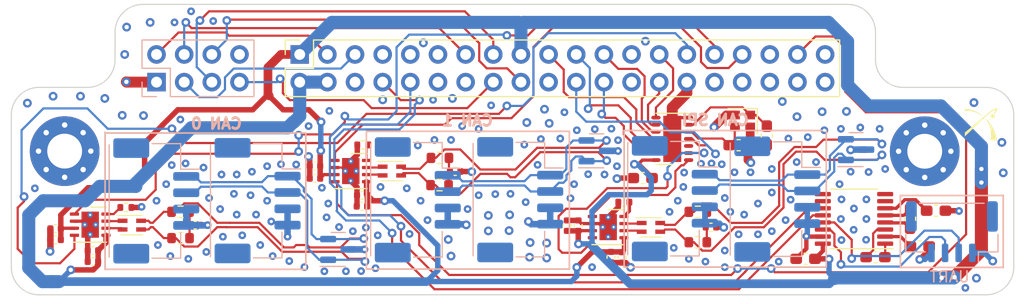
<source format=kicad_pcb>
(kicad_pcb (version 20221018) (generator pcbnew)
  (title_block (title "Jetson Hat Remake ") (rev "V2") (comment 1 "Made by Pedro Conde"))
  (layers (0 "F.Cu" signal) (1 "In1.Cu" power) (2 "In2.Cu" power) (31 "B.Cu" signal) (34 "B.Paste" user) (35 "F.Paste" user) (36 "B.SilkS" user "B.Silkscreen") (37 "F.SilkS" user "F.Silkscreen") (38 "B.Mask" user) (39 "F.Mask" user) (44 "Edge.Cuts" user))
  (net 0 "")
  (net 1 "+5V")
  (net 2 "GND")
  (net 3 "/CAN BUS 0/TERM_CAPA")
  (net 4 "/CAN BUS 1/TERM_CAPA")
  (net 5 "+3V3")
  (net 6 "/CAN BUS SPI/TERM_CAPA")
  (net 7 "/I2C_GP5_DAT")
  (net 8 "/I2C_GP5_CLK")
  (net 9 "/MCLK05")
  (net 10 "/UART1_TX")
  (net 11 "/UART1_RX")
  (net 12 "/UART1_RTS")
  (net 13 "/I2S2_CLK")
  (net 14 "/PWM01")
  (net 15 "/GPIO27_PWM2")
  (net 16 "/GPIO8_AO_DMIC_IN_DAT")
  (net 17 "/GPIO35_PWM3")
  (net 18 "/SPI1_MOSI")
  (net 19 "/SPI1_MISO")
  (net 20 "/GPIO17_40HEADER")
  (net 21 "/SPI1_SCK")
  (net 22 "/SPI1_CS0")
  (net 23 "/SPI1_CS1")
  (net 24 "/I2C_GP2_DAT")
  (net 25 "/I2C_GP2_CLK")
  (net 26 "/CAN0_DIN")
  (net 27 "/CAN0_DOUT")
  (net 28 "/GPIO9_CAN1_GPIO0_DMIC_CLK")
  (net 29 "/CAN1_DOUT")
  (net 30 "/I2S_FS")
  (net 31 "/UART1_CTS")
  (net 32 "/CAN1_DIN")
  (net 33 "/I2S_SDIN")
  (net 34 "/I2S_SDOUT")
  (net 35 "/RS232 to UART/RIN1")
  (net 36 "/RS232 to UART/DOUT1")
  (net 37 "/CAN BUS SPI/CAN+")
  (net 38 "/CAN BUS SPI/CAN-")
  (net 39 "/CAN BUS 1/CAN_SILENT_1")
  (net 40 "/CAN BUS SPI/CHS-")
  (net 41 "/CAN BUS SPI/CHS+")
  (net 42 "/CAN BUS SPI/TDX_SPI")
  (net 43 "/CAN BUS SPI/RDX_SPI")
  (net 49 "/CAN BUS 0/CH0+")
  (net 50 "/CAN BUS 0/CH0-")
  (net 51 "/CAN BUS 1/CH1+")
  (net 52 "/CAN BUS 1/CH1-")
  (net 53 "/CAN BUS 0/CAN+")
  (net 54 "/CAN BUS 0/CAN-")
  (net 55 "/CAN BUS 1/CAN+")
  (net 56 "/CAN BUS 1/CAN-")
  (net 57 "/RS232 to UART/C1+")
  (net 58 "/RS232 to UART/C1-")
  (net 59 "/RS232 to UART/C2-")
  (net 60 "/RS232 to UART/C2+")
  (net 61 "/RS232 to UART/V+")
  (net 62 "/RS232 to UART/V-")
  (net 63 "/SPI to CAN/OSC2")
  (net 64 "/SPI to CAN/OSC1")
  (net 65 "/CAN BUS 0/CAN_SILENT_1")
  (net 66 "/CAN BUS SPI/CAN_SILENT_1")
  (footprint "Capacitor_SMD:C_0603_1608Metric_Pad1.08x0.95mm_HandSolder" (layer "F.Cu") (at 167.2844 103.381)
    (fp_text reference "C11" hide)
    (fp_text value "22pF")
  )
  (footprint "Connector_PinSocket_2.54mm:PinSocket_2x20_P2.54mm_Vertical" (layer "F.Cu") (at 126.970438 95.045962 90)
    (fp_text reference "J5" hide)
    (fp_text value "02x20 2.54 mm Female Socket" hide)
  )
  (footprint "Package_SO:TSSOP-16_4.4x5mm_P0.65mm" (layer "F.Cu") (at 177.8839 110.1488 180)
    (fp_text reference "U6" hide)
    (fp_text value "TRSF3232EIPWR")
  )
  (footprint "Capacitor_SMD:C_0402_1005Metric" (layer "F.Cu") (at 107.9754 113.0554 180)
    (fp_text reference "C2" hide)
    (fp_text value "100nF")
  )
  (footprint "0_inductor:ACE1V2012-222-R" (layer "F.Cu") (at 159.231778 110.926378 -90)
    (fp_text reference "FL3" hide)
    (fp_text value "ACE1V2012-222-R")
  )
  (footprint "Capacitor_SMD:C_0402_1005Metric" (layer "F.Cu") (at 152.5524 110.7694 90)
    (fp_text reference "C21" hide)
    (fp_text value "100nF")
  )
  (footprint "Capacitor_SMD:C_0402_1005Metric" (layer "F.Cu") (at 128.3716 105.283 180)
    (fp_text reference "C8" hide)
    (fp_text value "100nF")
  )
  (footprint "Capacitor_SMD:C_0402_1005Metric" (layer "F.Cu") (at 117.3734 110.722222)
    (fp_text reference "C5" hide)
    (fp_text value "4.7nF")
  )
  (footprint "Capacitor_SMD:C_0603_1608Metric_Pad1.08x0.95mm_HandSolder" (layer "F.Cu") (at 183.9225 112.6744)
    (fp_text reference "C15" hide)
    (fp_text value "0.1uF")
  )
  (footprint "Capacitor_SMD:C_0402_1005Metric" (layer "F.Cu") (at 132.7124 107.9754 180)
    (fp_text reference "C7" hide)
    (fp_text value "100nF")
  )
  (footprint "0_inductor:ACE1V2012-222-R" (layer "F.Cu") (at 111.550022 110.722222 -90)
    (fp_text reference "FL1" hide)
    (fp_text value "ACE1V2012-222-R")
  )
  (footprint "Capacitor_SMD:C_0402_1005Metric" (layer "F.Cu") (at 156.573978 113.686578 -90)
    (fp_text reference "C20" hide)
    (fp_text value "100nF")
  )
  (footprint "Capacitor_SMD:C_0603_1608Metric_Pad1.08x0.95mm_HandSolder" (layer "F.Cu") (at 185.4189 109.3978)
    (fp_text reference "C16" hide)
    (fp_text value "0.1uF")
  )
  (footprint "Package_DFN_QFN:DFN-14-1EP_3x4.5mm_P0.65mm_EP1.65x4.25mm" (layer "F.Cu") (at 161.1898 102.7996 180)
    (fp_text reference "U5" hide)
    (fp_text value "MCP2517FD-xJHA")
  )
  (footprint "Resistor_SMD:R_0603_1608Metric" (layer "F.Cu") (at 139.814675 107.045465 180)
    (fp_text reference "R6" hide)
    (fp_text value "60R")
  )
  (footprint "Capacitor_SMD:C_0402_1005Metric" (layer "F.Cu") (at 164.7444 110.907378)
    (fp_text reference "C23" hide)
    (fp_text value "4.7nF")
  )
  (footprint "Resistor_SMD:R_0402_1005Metric" (layer "F.Cu") (at 111.003222 109.096622)
    (fp_text reference "R1" hide)
    (fp_text value "4k7")
  )
  (footprint "Resistor_SMD:R_0603_1608Metric" (layer "F.Cu") (at 163.5374 112.2934 180)
    (fp_text reference "R9" hide)
    (fp_text value "60R")
  )
  (footprint "Capacitor_SMD:C_0402_1005Metric" (layer "F.Cu") (at 132.6844 108.9914 180)
    (fp_text reference "C6" hide)
    (fp_text value "4.7uF")
  )
  (footprint "0_various:HVSON-8-1EP_3x3mm_P0.65mm_EP1.6x2.4mm_ThermalVias" (layer "F.Cu") (at 107.726422 110.681222)
    (fp_text reference "U1" hide)
    (fp_text value "TCAN1051HGVDRBRQ1")
  )
  (footprint "Resistor_SMD:R_0603_1608Metric" (layer "F.Cu") (at 163.5374 109.4994)
    (fp_text reference "R8" hide)
    (fp_text value "60R")
  )
  (footprint "Crystal:Crystal_SMD_2016-4Pin_2.0x1.6mm" (layer "F.Cu") (at 167.6488 101.157 180)
    (fp_text reference "Y1" hide)
    (fp_text value "CN4040M00010T1521016")
  )
  (footprint "Capacitor_SMD:C_0402_1005Metric" (layer "F.Cu") (at 155.557978 113.658578 -90)
    (fp_text reference "C19" hide)
    (fp_text value "4.7uF")
  )
  (footprint "Capacitor_SMD:C_0603_1608Metric_Pad1.08x0.95mm_HandSolder" (layer "F.Cu") (at 179.8574 113.665 180)
    (fp_text reference "C17" hide)
    (fp_text value "0.1uF")
  )
  (footprint "Resistor_SMD:R_0603_1608Metric" (layer "F.Cu") (at 139.8524 104.5464)
    (fp_text reference "R5" hide)
    (fp_text value "60R")
  )
  (footprint "Capacitor_SMD:C_0603_1608Metric_Pad1.08x0.95mm_HandSolder" (layer "F.Cu") (at 173.4323 113.8174 180)
    (fp_text reference "C14" hide)
    (fp_text value "0.1uF")
  )
  (footprint "LOGO" (layer "F.Cu") (at 189.5602 101.4476)
    (fp_text reference "G***" hide)
    (fp_text value "LOGO" hide)
  )
  (footprint "Capacitor_SMD:C_0402_1005Metric" (layer "F.Cu") (at 151.5364 110.7694 90)
    (fp_text reference "C22" hide)
    (fp_text value "4.7uF")
  )
  (footprint "Capacitor_SMD:C_0603_1608Metric_Pad1.08x0.95mm_HandSolder" (layer "F.Cu") (at 169.8752 102.4931 -90)
    (fp_text reference "C12" hide)
    (fp_text value "22pF")
  )
  (footprint "Capacitor_SMD:C_0402_1005Metric" (layer "F.Cu") (at 104.549 112.0648 180)
    (fp_text reference "C3" hide)
    (fp_text value "100nF")
  )
  (footprint "Resistor_SMD:R_0603_1608Metric" (layer "F.Cu") (at 116.024778 109.4994)
    (fp_text reference "R2" hide)
    (fp_text value "60R")
  )
  (footprint "Resistor_SMD:R_0603_1608Metric" (layer "F.Cu") (at 116.024778 111.9124 180)
    (fp_text reference "R3" hide)
    (fp_text value "60R")
  )
  (footprint "Resistor_SMD:R_0402_1005Metric" (layer "F.Cu") (at 156.7434 108.6104 180)
    (fp_text reference "R7" hide)
    (fp_text value "4k7")
  )
  (footprint "Capacitor_SMD:C_0402_1005Metric" (layer "F.Cu") (at 104.549 111.0488 180)
    (fp_text reference "C4" hide)
    (fp_text value "4.7uF")
  )
  (footprint "Capacitor_SMD:C_0402_1005Metric" (layer "F.Cu") (at 141.2494 105.796022)
    (fp_text reference "C10" hide)
    (fp_text value "4.7nF")
  )
  (footprint "Capacitor_SMD:C_0603_1608Metric_Pad1.08x0.95mm_HandSolder" (layer "F.Cu") (at 183.0324 110.1344 -90)
    (fp_text reference "C18" hide)
    (fp_text value "0.1uF")
  )
  (footprint "Capacitor_SMD:C_0603_1608Metric_Pad1.08x0.95mm_HandSolder" (layer "F.Cu") (at 158.4706 106.4006 180)
    (fp_text reference "C13" hide)
    (fp_text value "0.1uF")
  )
  (footprint "0_various:HVSON-8-1EP_3x3mm_P0.65mm_EP1.6x2.4mm_ThermalVias" (layer "F.Cu") (at 155.303978 110.903578)
    (fp_text reference "U7" hide)
    (fp_text value "TCAN1051HGVDRBRQ1")
  )
  (footprint "Capacitor_SMD:C_0402_1005Metric" (layer "F.Cu") (at 128.3716 106.426 180)
    (fp_text reference "C9" hide)
    (fp_text value "4.7uF")
  )
  (footprint "Resistor_SMD:R_0402_1005Metric" (layer "F.Cu") (at 132.7658 103.3526 180)
    (fp_text reference "R4" hide)
    (fp_text value "4k7")
  )
  (footprint "Capacitor_SMD:C_0402_1005Metric" (layer "F.Cu") (at 107.9754 114.0714 180)
    (fp_text reference "C1" hide)
    (fp_text value "4.7uF")
  )
  (footprint "0_inductor:ACE1V2012-222-R" (layer "F.Cu") (at 135.435022 105.754622 -90)
    (fp_text reference "FL2" hide)
    (fp_text value "ACE1V2012-222-R")
  )
  (footprint "MountingHole:MountingHole_3.2mm_M3_Pad_Via" (layer "F.Cu") (at 105.380438 103.9238)
    (fp_text reference "H1" hide)
    (fp_text value "M3")
  )
  (footprint "0_various:HVSON-8-1EP_3x3mm_P0.65mm_EP1.6x2.4mm_ThermalVias" (layer "F.Cu") (at 131.660022 105.755022)
    (fp_text reference "U3" hide)
    (fp_text value "TCAN1051HGVDRBRQ1")
  )
  (footprint "MountingHole:MountingHole_3.2mm_M3_Pad_Via" (layer "F.Cu") (at 184.379438 103.935962)
    (fp_text reference "H2" hide)
    (fp_text value "M3")
  )
  (footprint "Package_TO_SOT_SMD:SOT-23" (layer "B.Cu") (at 178.071678 103.785178)
    (fp_text reference "U8" hide)
    (fp_text value "PESD2CANFD27V-TR")
  )
  (footprint "Connector_Molex:Molex_CLIK-Mate_505405-0470_1x04-1MP_P1.50mm_Vertical" (layer "B.Cu") (at 161.427978 108.291578 -90)
    (fp_text reference "J8" hide)
    (fp_text value "CLIK-Mate 502584")
  )
  (footprint "Connector_Molex:Molex_CLIK-Mate_505405-0470_1x04-1MP_P1.50mm_Vertical" (layer "B.Cu") (at 147.2264 108.3818 -90)
    (fp_text reference "J4" hide)
    (fp_text value "CLIK-Mate 502584")
  )
  (footprint "Connector_Molex:Molex_CLIK-Mate_505405-0470_1x04-1MP_P1.50mm_Vertical" (layer "B.Cu") (at 137.817422 108.396222 -90)
    (fp_text reference "J3" hide)
    (fp_text value "CLIK-Mate 502584")
  )
  (footprint "Connector_PinSocket_2.54mm:PinSocket_2x04_P2.54mm_Vertical" (layer "B.Cu") (at 113.818238 97.585962 -90)
    (fp_text reference "J6" hide)
    (fp_text value "02x04 2.54mm Pin Headers" hide)
  )
  (footprint "Connector_JST:JST_GH_BM04B-GHS-TBT_1x04-1MP_P1.25mm_Vertical" (layer "B.Cu") (at 186.8724 111.3224 180)
    (fp_text reference "J7" hide)
    (fp_text value "Conn_01x04")
  )
  (footprint "Package_TO_SOT_SMD:SOT-23" (layer "B.Cu") (at 154.2519 103.8962)
    (fp_text reference "U4" hide)
    (fp_text value "PESD2CANFD27V-TR")
  )
  (footprint "Connector_Molex:Molex_CLIK-Mate_505405-0470_1x04-1MP_P1.50mm_Vertical" (layer "B.Cu") (at 170.844578 108.331378 -90)
    (fp_text reference "J9" hide)
    (fp_text value "CLIK-Mate 502584")
  )
  (footprint "Package_TO_SOT_SMD:SOT-23" (layer "B.Cu") (at 130.517322 112.953022)
    (fp_text reference "U2" hide)
    (fp_text value "PESD2CANFD27V-TR")
  )
  (footprint "Connector_Molex:Molex_CLIK-Mate_505405-0470_1x04-1MP_P1.50mm_Vertical" (layer "B.Cu") (at 123.102822 108.472422 -90)
    (fp_text reference "J2" hide)
    (fp_text value "CLIK-Mate 502584")
  )
  (footprint "Connector_Molex:Molex_CLIK-Mate_505405-0470_1x04-1MP_P1.50mm_Vertical" (layer "B.Cu") (at 113.797022 108.496822 -90)
    (fp_text reference "J1" hide)
    (fp_text value "CLIK-Mate 502584")
  )
  (gr_line (start 156.7434 102.0318) (end 175.3362 102.0318) (stroke (width 0.15)) (layer "B.SilkS"))
  (gr_line (start 182.1434 108.0008) (end 182.1434 114.6048) (stroke (width 0.15)) (layer "B.SilkS"))
  (gr_line (start 182.1434 114.6048) (end 191.5922 114.6048) (stroke (width 0.15)) (layer "B.SilkS"))
  (gr_line (start 175.3362 114.5794) (end 156.7688 114.5794) (stroke (width 0.15)) (layer "B.SilkS"))
  (gr_line (start 127.5334 102.2604) (end 109.093 102.2604) (stroke (width 0.15)) (layer "B.SilkS"))
  (gr_line (start 191.5922 108.0008) (end 182.1434 108.0008) (stroke (width 0.15)) (layer "B.SilkS"))
  (gr_line (start 109.093 114.7826) (end 127.5334 114.7826) (stroke (width 0.15)) (layer "B.SilkS"))
  (gr_line (start 175.3362 102.0318) (end 175.3362 114.5794) (stroke (width 0.15)) (layer "B.SilkS"))
  (gr_line (start 109.093 102.1842) (end 109.093 114.7826) (stroke (width 0.15)) (layer "B.SilkS"))
  (gr_line (start 156.7688 114.5794) (end 156.7688 102.0318) (stroke (width 0.15)) (layer "B.SilkS"))
  (gr_line (start 133.096 102.1588) (end 133.096 114.7572) (stroke (width 0.15)) (layer "B.SilkS"))
  (gr_line (start 133.096 114.7572) (end 151.7396 114.7572) (stroke (width 0.15)) (layer "B.SilkS"))
  (gr_line (start 151.7396 102.108) (end 133.096 102.108) (stroke (width 0.15)) (layer "B.SilkS"))
  (gr_line (start 127.5334 114.7826) (end 127.5334 102.2604) (stroke (width 0.15)) (layer "B.SilkS"))
  (gr_line (start 151.7396 114.7572) (end 151.7396 102.108) (stroke (width 0.15)) (layer "B.SilkS"))
  (gr_line (start 191.5922 114.6048) (end 191.5922 108.0008) (stroke (width 0.15)) (layer "B.SilkS"))
  (gr_arc (start 182.3974 98.0694) (mid 180.601349 97.325451) (end 179.8574 95.5294) (stroke (width 0.1)) (layer "Edge.Cuts"))
  (gr_line (start 190.0174 117.1194) (end 103.0224 117.1194) (stroke (width 0.1)) (layer "Edge.Cuts"))
  (gr_arc (start 190.0174 98.0694) (mid 191.813451 98.813349) (end 192.5574 100.6094) (stroke (width 0.1)) (layer "Edge.Cuts"))
  (gr_arc (start 110.0074 92.9894) (mid 110.751349 91.193349) (end 112.5474 90.4494) (stroke (width 0.1)) (layer "Edge.Cuts"))
  (gr_arc (start 110.0074 95.5294) (mid 109.263451 97.325451) (end 107.4674 98.0694) (stroke (width 0.1)) (layer "Edge.Cuts"))
  (gr_line (start 192.5574 100.6094) (end 192.5574 114.5794) (stroke (width 0.1)) (layer "Edge.Cuts"))
  (gr_arc (start 192.5574 114.5794) (mid 191.813451 116.375451) (end 190.0174 117.1194) (stroke (width 0.1)) (layer "Edge.Cuts"))
  (gr_line (start 179.8574 92.9894) (end 179.8574 95.5294) (stroke (width 0.1)) (layer "Edge.Cuts"))
  (gr_arc (start 100.4824 100.6094) (mid 101.226349 98.813349) (end 103.0224 98.0694) (stroke (width 0.1)) (layer "Edge.Cuts"))
  (gr_line (start 100.4824 114.5794) (end 100.4824 100.6094) (stroke (width 0.1)) (layer "Edge.Cuts"))
  (gr_line (start 103.0224 98.0694) (end 107.4674 98.0694) (stroke (width 0.1)) (layer "Edge.Cuts"))
  (gr_line (start 182.3974 98.0694) (end 190.0174 98.0694) (stroke (width 0.1)) (layer "Edge.Cuts"))
  (gr_arc (start 177.3174 90.4494) (mid 179.113451 91.193349) (end 179.8574 92.9894) (stroke (width 0.1)) (layer "Edge.Cuts"))
  (gr_line (start 112.5474 90.4494) (end 177.3174 90.4494) (stroke (width 0.1)) (layer "Edge.Cuts"))
  (gr_arc (start 103.0224 117.1194) (mid 101.226349 116.375451) (end 100.4824 114.5794) (stroke (width 0.1)) (layer "Edge.Cuts"))
  (gr_line (start 110.0074 95.5294) (end 110.0074 92.9894) (stroke (width 0.1)) (layer "Edge.Cuts"))
  (gr_text "CAN SPI\n" (at 168.3512 101.6508) (layer "B.SilkS") (effects (font (size 1 1) (thickness 0.25) bold) (justify left bottom mirror)))
  (gr_text "CAN 1\n" (at 144.8562 101.7016) (layer "B.SilkS") (effects (font (size 1 1) (thickness 0.25) bold) (justify left bottom mirror)))
  (gr_text "CAN 0" (at 121.793 101.981) (layer "B.SilkS") (effects (font (size 1 1) (thickness 0.25) bold) (justify left bottom mirror)))
  (gr_text "UART" (at 188.595 116.0526) (layer "B.SilkS") (effects (font (size 1 1)) (justify left bottom mirror)))
  (segment (start 109.176422 111.656222) (end 109.176422 112.334378) (width 0.5) (layer "F.Cu") (net 1))
  (segment (start 133.1924 107.9754) (end 133.1924 108.9634) (width 0.5) (layer "F.Cu") (net 1))
  (segment (start 152.4254 114.5975) (end 153.844322 113.178578) (width 0.5) (layer "F.Cu") (net 1))
  (segment (start 133.110022 106.730022) (end 133.110022 107.893022) (width 0.5) (layer "F.Cu") (net 1))
  (segment (start 153.844322 113.178578) (end 155.557978 113.178578) (width 0.5) (layer "F.Cu") (net 1))
  (segment (start 156.753978 113.026578) (end 156.573978 113.206578) (width 0.4) (layer "F.Cu") (net 1))
  (segment (start 133.7004 108.4834) (end 133.1924 107.9754) (width 0.5) (layer "F.Cu") (net 1))
  (segment (start 108.4554 113.0554) (end 108.4554 114.0714) (width 0.5) (layer "F.Cu") (net 1))
  (segment (start 109.176422 112.334378) (end 108.4554 113.0554) (width 0.5) (layer "F.Cu") (net 1))
  (segment (start 109.140822 111.691822) (end 109.176422 111.656222) (width 0.4) (layer "F.Cu") (net 1))
  (segment (start 108.4554 114.0714) (end 108.4554 114.3814) (width 0.5) (layer "F.Cu") (net 1))
  (segment (start 134.7724 108.4834) (end 133.7004 108.4834) (width 0.5) (layer "F.Cu") (net 1))
  (segment (start 133.1924 108.9634) (end 133.1644 108.9914) (width 0.5) (layer "F.Cu") (net 1))
  (segment (start 156.545978 113.178578) (end 156.573978 113.206578) (width 0.5) (layer "F.Cu") (net 1))
  (segment (start 108.4554 114.3814) (end 108.0034 114.8334) (width 0.5) (layer "F.Cu") (net 1))
  (segment (start 133.110022 107.893022) (end 133.1924 107.9754) (width 0.5) (layer "F.Cu") (net 1))
  (segment (start 155.557978 113.178578) (end 156.545978 113.178578) (width 0.5) (layer "F.Cu") (net 1))
  (segment (start 108.0034 114.8334) (end 105.9434 114.8334) (width 0.5) (layer "F.Cu") (net 1))
  (segment (start 156.753978 111.878578) (end 156.753978 113.026578) (width 0.4) (layer "F.Cu") (net 1))
  (via (at 134.7724 108.4834) (size 0.8) (drill 0.4) (layers "F.Cu" "B.Cu") (net 1))
  (via (at 152.4254 114.5975) (size 0.8) (drill 0.4) (layers "F.Cu" "B.Cu") (net 1))
  (via (at 105.9434 114.8334) (size 0.8) (drill 0.4) (layers "F.Cu" "B.Cu") (net 1))
  (segment (start 126.970438 100.715162) (end 126.970438 97.585962) (width 1.2) (layer "B.Cu") (net 1))
  (segment (start 111.915097 107.1626) (end 111.915097 106.879757) (width 1.2) (layer "B.Cu") (net 1))
  (segment (start 104.1756 115.9104) (end 103.3374 115.9104) (width 1.2) (layer "B.Cu") (net 1))
  (segment (start 152.4254 114.5975) (end 152.4254 115.3922) (width 0.5) (layer "B.Cu") (net 1))
  (segment (start 125.861743 101.7778) (end 126.375943 101.2636) (width 1.2) (layer "B.Cu") (net 1))
  (segment (start 103.3374 115.9104) (end 102.0826 114.6556) (width 1.2) (layer "B.Cu") (net 1))
  (segment (start 151.9174 115.9002) (end 138.6332 115.9002) (width 0.5) (layer "B.Cu") (net 1))
  (segment (start 152.4254 115.3922) (end 151.9174 115.9002) (width 0.5) (layer "B.Cu") (net 1))
  (segment (start 139.6492 112.5982) (end 139.6492 114.8842) (width 0.5) (layer "B.Cu") (net 1))
  (segment (start 135.5344 108.4834) (end 139.6492 112.5982) (width 0.5) (layer "B.Cu") (net 1))
  (segment (start 126.970438 97.585962) (end 129.510438 97.585962) (width 1.2) (layer "B.Cu") (net 1))
  (segment (start 107.272386 108.4834) (end 108.593186 107.1626) (width 1.2) (layer "B.Cu") (net 1))
  (segment (start 134.7724 108.4834) (end 135.5344 108.4834) (width 0.5) (layer "B.Cu") (net 1))
  (segment (start 138.6332 115.9002) (end 138.623 115.9104) (width 0.5) (layer "B.Cu") (net 1))
  (segment (start 111.915097 106.879757) (end 117.017054 101.7778) (width 1.2) (layer "B.Cu") (net 1))
  (segment (start 126.422 101.2636) (end 126.970438 100.715162) (width 1.2) (layer "B.Cu") (net 1))
  (segment (start 104.1756 115.9104) (end 104.8664 115.9104) (width 1.2) (layer "B.Cu") (net 1))
  (segment (start 102.0826 109.8042) (end 103.4034 108.4834) (width 1.2) (layer "B.Cu") (net 1))
  (segment (start 108.593186 107.1626) (end 111.915097 107.1626) (width 1.2) (layer "B.Cu") (net 1))
  (segment (start 126.375943 101.2636) (end 126.422 101.2636) (width 1.2) (layer "B.Cu") (net 1))
  (segment (start 104.8664 115.9104) (end 105.9434 114.8334) (width 0.5) (layer "B.Cu") (net 1))
  (segment (start 103.4034 108.4834) (end 107.272386 108.4834) (width 1.2) (layer "B.Cu") (net 1))
  (segment (start 102.0826 114.6556) (end 102.0826 109.8042) (width 1.2) (layer "B.Cu") (net 1))
  (segment (start 117.017054 101.7778) (end 125.861743 101.7778) (width 1.2) (layer "B.Cu") (net 1))
  (segment (start 104.1756 115.9104) (end 138.623 115.9104) (width 0.8) (layer "B.Cu") (net 1))
  (segment (start 139.6492 114.8842) (end 138.623 115.9104) (width 0.5) (layer "B.Cu") (net 1))
  (segment (start 162.6898 100.8496) (end 161.43 100.8496) (width 0.3) (layer "F.Cu") (net 2))
  (segment (start 168.3488 101.707) (end 168.3488 103.1791) (width 0.8) (layer "F.Cu") (net 2))
  (segment (start 162.530438 97.585962) (end 162.530438 98.581562) (width 1) (layer "F.Cu") (net 2))
  (segment (start 107.4954 111.812244) (end 107.726422 111.581222) (width 0.5) (layer "F.Cu") (net 2))
  (segment (start 132.2324 107.9754) (end 132.2324 108.9634) (width 0.5) (layer "F.Cu") (net 2))
  (segment (start 131.160022 105.755022) (end 132.160022 105.755022) (width 0.5) (layer "F.Cu") (net 2))
  (segment (start 107.726422 110.181222) (end 107.226422 110.681222) (width 0.5) (layer "F.Cu") (net 2))
  (segment (start 107.226422 110.681222) (end 108.226422 110.681222) (width 0.5) (layer "F.Cu") (net 2))
  (segment (start 169.7228 103.381) (end 169.7482 103.3556) (width 0.8) (layer "F.Cu") (net 2))
  (segment (start 107.726422 109.781222) (end 107.726422 111.581222) (width 0.5) (layer "F.Cu") (net 2))
  (segment (start 131.660022 106.255022) (end 131.160022 105.755022) (width 0.5) (layer "F.Cu") (net 2))
  (segment (start 104.069 112.0648) (end 104.069 113.101) (width 0.6) (layer "F.Cu") (net 2))
  (segment (start 155.303978 110.003578) (end 155.303978 111.803578) (width 0.5) (layer "F.Cu") (net 2))
  (segment (start 166.1438 100.607) (end 165.0238 101.727) (width 0.8) (layer "F.Cu") (net 2))
  (segment (start 155.803978 110.903578) (end 155.803978 111.303578) (width 0.5) (layer "F.Cu") (net 2))
  (segment (start 173.5466 111.7738) (end 173.5074 111.7346) (width 0.4) (layer "F.Cu") (net 2))
  (segment (start 104.069 113.101) (end 104.0384 113.1316) (width 0.6) (layer "F.Cu") (net 2))
  (segment (start 111.513222 109.096622) (end 112.391378 109.096622) (width 0.5) (layer "F.Cu") (net 2))
  (segment (start 156.2334 109.074156) (end 155.303978 110.003578) (width 0.5) (layer "F.Cu") (net 2))
  (segment (start 161.1898 100.6094) (end 161.1898 99.9222) (width 0.3) (layer "F.Cu") (net 2))
  (segment (start 173.5074 112.8798) (end 172.5698 113.8174) (width 0.4) (layer "F.Cu") (net 2))
  (segment (start 155.303978 110.403578) (end 155.803978 110.903578) (width 0.5) (layer "F.Cu") (net 2))
  (segment (start 155.303978 110.003578) (end 155.303978 110.403578) (width 0.5) (layer "F.Cu") (net 2))
  (segment (start 131.660022 105.255022) (end 131.160022 105.755022) (width 0.5) (layer "F.Cu") (net 2))
  (segment (start 154.803978 110.903578) (end 155.803978 110.903578) (width 0.5) (layer "F.Cu") (net 2))
  (segment (start 127.8916 106.426) (end 127.8916 105.283) (width 0.5) (layer "F.Cu") (net 2))
  (segment (start 152.841578 110.578578) (end 152.5524 110.2894) (width 0.3) (layer "F.Cu") (net 2))
  (segment (start 186.2814 109.3978) (end 187.5028 109.3978) (width 0.5) (layer "F.Cu") (net 2))
  (segment (start 153.853978 110.578578) (end 152.841578 110.578578) (width 0.3) (layer "F.Cu") (net 2))
  (segment (start 155.585978 114.166578) (end 155.557978 114.138578) (width 0.5) (layer "F.Cu") (net 2))
  (segment (start 130.210022 105.430022) (end 130.835022 105.430022) (width 0.2) (layer "F.Cu") (net 2))
  (segment (start 155.803978 111.303578) (end 155.303978 111.803578) (width 0.5) (layer "F.Cu") (net 2))
  (segment (start 166.9488 100.607) (end 166.1438 100.607) (width 0.8) (layer "F.Cu") (net 2))
  (segment (start 107.401422 110.356222) (end 107.726422 110.681222) (width 0.3) (layer "F.Cu") (net 2))
  (segment (start 107.726422 109.781222) (end 107.726422 110.181222) (width 0.5) (layer "F.Cu") (net 2))
  (segment (start 153.853978 110.578578) (end 154.478978 110.578578) (width 0.3) (layer "F.Cu") (net 2))
  (segment (start 107.726422 111.581222) (end 107.726422 111.181222) (width 0.5) (layer "F.Cu") (net 2))
  (segment (start 165.898378 110.907378) (end 165.919831 110.928831) (width 0.5) (layer "F.Cu") (net 2))
  (segment (start 132.2324 107.9754) (end 132.2324 107.2274) (width 0.5) (layer "F.Cu") (net 2))
  (segment (start 155.303978 110.403578) (end 154.803978 110.903578) (width 0.5) (layer "F.Cu") (net 2))
  (segment (start 142.753022 105.796022) (end 142.7734 105.8164) (width 0.5) (layer "F.Cu") (net 2))
  (segment (start 131.660022 105.255022) (end 132.160022 105.755022) (width 0.5) (layer "F.Cu") (net 2))
  (segment (start 156.573978 114.166578) (end 155.585978 114.166578) (width 0.5) (layer "F.Cu") (net 2))
  (segment (start 155.303978 111.403578) (end 154.803978 110.903578) (width 0.5) (layer "F.Cu") (net 2))
  (segment (start 156.930332 114.166578) (end 156.573978 114.166578) (width 0.5) (layer "F.Cu") (net 2))
  (segment (start 168.1469 103.381) (end 169.7228 103.381) (width 0.8) (layer "F.Cu") (net 2))
  (segment (start 104.069 111.0488) (end 104.069 112.0648) (width 0.6) (layer "F.Cu") (net 2))
  (segment (start 161.1898 99.9222) (end 161.1898 102.7996) (width 1) (layer "F.Cu") (net 2))
  (segment (start 168.1469 104.725778) (end 168.402 104.980878) (width 0.8) (layer "F.Cu") (net 2))
  (segment (start 184.785 112.6744) (end 184.785 113.0046) (width 0.5) (layer "F.Cu") (net 2))
  (segment (start 106.276422 110.356222) (end 107.401422 110.356222) (width 0.3) (layer "F.Cu") (net 2))
  (segment (start 131.660022 106.255022) (end 132.160022 105.755022) (width 0.5) (layer "F.Cu") (net 2))
  (segment (start 107.726422 111.181222) (end 108.226422 110.681222) (width 0.5) (layer "F.Cu") (net 2))
  (segment (start 132.2324 108.9634) (end 132.2044 108.9914) (width 0.5) (layer "F.Cu") (net 2))
  (segment (start 141.7294 105.796022) (end 142.753022 105.796022) (width 0.5) (layer "F.Cu") (net 2))
  (segment (start 156.2334 108.6104) (end 156.2334 109.074156) (width 0.5) (layer "F.Cu") (net 2))
  (segment (start 107.4954 114.0714) (end 107.4954 113.0554) (width 0.5) (layer "F.Cu") (net 2))
  (segment (start 155.303978 111.803578) (end 155.303978 111.403578) (width 0.5) (layer "F.Cu") (net 2))
  (segment (start 107.726422 110.181222) (end 108.226422 110.681222) (width 0.5) (layer "F.Cu") (net 2))
  (segment (start 107.726422 110.681222) (end 107.226422 110.681222) (width 0.3) (layer "F.Cu") (net 2))
  (segment (start 132.2558 104.259244) (end 131.660022 104.855022) (width 0.5) (layer "F.Cu") (net 2))
  (segment (start 156.1592 106.4006) (end 157.6081 106.4006) (width 0.5) (layer "F.Cu") (net 2))
  (segment (start 151.5364 110.2894) (end 152.5524 110.2894) (width 0.5) (layer "F.Cu") (net 2))
  (segment (start 111.073362 97.585962) (end 111.0488 97.5614) (width 1) (layer "F.Cu") (net 2))
  (segment (start 132.2324 107.2274) (end 131.660022 106.655022) (width 0.5) (layer "F.Cu") (net 2))
  (segment (start 131.660022 104.855022) (end 131.660022 106.655022) (width 0.5) (layer "F.Cu") (net 2))
  (segment (start 184.785 113.0046) (end 183.9214 113.8682) (width 0.5) (layer "F.Cu") (net 2))
  (segment (start 112.391378 109.096622) (end 112.4458 109.0422) (width 0.5) (layer "F.Cu") (net 2))
  (segment (start 107.726422 111.181222) (end 107.226422 110.681222) (width 0.5) (layer "F.Cu") (net 2))
  (segment (start 131.660022 106.655022) (end 131.660022 106.255022) (width 0.5) (layer "F.Cu") (net 2))
  (segment (start 154.478978 110.578578) (end 154.803978 110.903578) (width 0.3) (layer "F.Cu") (net 2))
  (segment (start 118.5164 110.722222) (end 117.8534 110.722222) (width 0.5) (layer "F.Cu") (net 2))
  (segment (start 173.5074 111.7346) (end 173.5074 112.8798) (width 0.4) (layer "F.Cu") (net 2))
  (segment (start 168.1469 103.381) (end 168.1469 104.725778) (width 0.8) (layer "F.Cu") (net 2))
  (segment (start 127.8916 105.283) (end 127.8916 104.5236) (width 0.5) (layer "F.Cu") (net 2))
  (segment (start 165.2244 110.907378) (end 165.898378 110.907378) (width 0.5) (layer "F.Cu") (net 2))
  (segment (start 161.43 100.8496) (end 161.1898 100.6094) (width 0.3) (layer "F.Cu") (net 2))
  (segment (start 168.3488 103.1791) (end 168.1469 103.381) (width 0.8) (layer "F.Cu") (net 2))
  (segment (start 127.8916 104.5236) (end 127.7874 104.4194) (width 0.5) (layer "F.Cu") (net 2))
  (segment (start 132.2558 103.3526) (end 132.2558 104.259244) (width 0.5) (layer "F.Cu") (net 2))
  (segment (start 113.818238 97.585962) (end 111.073362 97.585962) (width 1) (layer "F.Cu") (net 2))
  (segment (start 156.1084 106.4514) (end 156.1592 106.4006) (width 0.5) (layer "F.Cu") (net 2))
  (segment (start 131.660022 104.855022) (end 131.660022 105.255022) (width 0.5) (layer "F.Cu") (net 2))
  (segment (start 175.0214 111.7738) (end 173.5466 111.7738) (width 0.4) (layer "F.Cu") (net 2))
  (segment (start 162.530438 98.581562) (end 161.1898 99.9222) (width 1) (layer "F.Cu") (net 2))
  (segment (start 107.4954 113.0554) (end 107.4954 111.812244) (width 0.5) (layer "F.Cu") (net 2))
  (segment (start 157.361254 114.5975) (end 156.930332 114.166578) (width 0.5) (layer "F.Cu") (net 2))
  (segment (start 130.835022 105.430022) (end 131.160022 105.755022) (width 0.2) (layer "F.Cu") (net 2))
  (segment (start 187.5028 109.3978) (end 187.5282 109.4232) (width 0.5) (layer "F.Cu") (net 2))
  (via (at 143.4084 107.9754) (size 0.7) (drill 0.3) (layers "F.Cu" "B.Cu") (net 2))
  (via (at 118.1354 105.4354) (size 0.7) (drill 0.3) (layers "F.Cu" "B.Cu") (net 2))
  (via (at 127.7874 104.4194) (size 0.8) (drill 0.4) (layers "F.Cu" "B.Cu") (net 2))
  (via (at 109.0676 99.0854) (size 0.8) (drill 0.4) (layers "F.Cu" "B.Cu") (net 2))
  (via (at 132.9182 112.9538) (size 0.7) (drill 0.3) (layers "F.Cu" "B.Cu") (net 2))
  (via (at 162.2044 107.2134) (size 0.7) (drill 0.3) (layers "F.Cu" "B.Cu") (net 2))
  (via (at 139.2174 99.2124) (size 0.7) (drill 0.3) (layers "F.Cu" "B.Cu") (net 2))
  (via (at 157.361254 114.5975) (size 0.8) (drill 0.4) (layers "F.Cu" "B.Cu") (net 2))
  (via (at 161.6964 108.4834) (size 0.7) (drill 0.3) (layers "F.Cu" "B.Cu") (net 2))
  (via (at 162.7124 113.8174) (size 0.7) (drill 0.3) (layers "F.Cu" "B.Cu") (net 2))
  (via (at 115.216227 105.204266) (size 0.7) (drill 0.3) (layers "F.Cu" "B.Cu") (net 2))
  (via (at 166.0144 114.5794) (size 0.7) (drill 0.3) (layers "F.Cu" "B.Cu") (net 2))
  (via (at 134.3914 107.2134) (size 0.7) (drill 0.3) (layers "F.Cu" "B.Cu") (net 2))
  (via (at 116.4844 105.0544) (size 0.7) (drill 0.3) (layers "F.Cu" "B.Cu") (net 2))
  (via (at 165.919831 110.928831) (size 0.8) (drill 0.4) (layers "F.Cu" "B.Cu") (net 2))
  (via (at 147.828 101.2952) (size 0.8) (drill 0.4) (layers "F.Cu" "B.Cu") (net 2))
  (via (at 180.7464 105.5624) (size 0.7) (drill 0.3) (layers "F.Cu" "B.Cu") (net 2))
  (via (at 176.6824 101.8794) (size 0.7) (drill 0.3) (layers "F.Cu" "B.Cu") (net 2))
  (via (at 121.6914 111.6584) (size 0.7) (drill 0.3) (layers "F.Cu" "B.Cu") (net 2))
  (via (at 149.4536 100.076) (size 0.8) (drill 0.4) (layers "F.Cu" "B.Cu") (net 2))
  (via (at 178.4604 101.7524) (size 0.7) (drill 0.3) (layers "F.Cu" "B.Cu") (net 2))
  (via (at 166.5224 109.4994) (size 0.7) (drill 0.3) (layers "F.Cu" "B.Cu") (net 2))
  (via (at 177.8762 109.1946) (size 0.7) (drill 0.3) (layers "F.Cu" "B.Cu") (net 2))
  (via (at 111.0488 97.5614) (size 0.8) (drill 0.4) (layers "F.Cu" "B.Cu") (net 2))
  (via (at 102.6414 107.3404) (size 0.7) (drill 0.3) (layers "F.Cu" "B.Cu") (net 2))
  (via (at 166.0144 108.2294) (size 0.7) (drill 0.3) (layers "F.Cu" "B.Cu") (net 2))
  (via (at 171.2976 99.3648) (size 0.8) (drill 0.4) (layers "F.Cu" "B.Cu") (net 2))
  (via (at 167.7924 109.7534) (size 0.7) (drill 0.3) (layers "F.Cu" "B.Cu") (net 2))
  (via (at 132.609926 114.943815) (size 0.7) (drill 0.3) (layers "F.Cu" "B.Cu") (net 2))
  (via (at 151.2824 100.3554) (size 0.7) (drill 0.3) (layers "F.Cu" "B.Cu") (net 2))
  (via (at 143.4084 101.8794) (size 0.7) (drill 0.3) (layers "F.Cu" "B.Cu") (net 2))
  (via (at 127.4064 114.5794) (size 0.7) (drill 0.3) (layers "F.Cu" "B.Cu") (net 2))
  (via (at 115.4684 92.1004) (size 0.7) (drill 0.3) (layers "F.Cu" "B.Cu") (net 2))
  (via (at 127.7874 101.6254) (size 0.7) (drill 0.3) (layers "F.Cu" "B.Cu") (net 2))
  (via (at 124.4854 113.5634) (size 0.7) (drill 0.3) (layers "F.Cu" "B.Cu") (net 2))
  (via (at 191.4652 103.124) (size 0.8) (drill 0.4) (layers "F.Cu" "B.Cu") (net 2))
  (via (at 123.9774 105.3084) (size 0.7) (drill 0.3) (layers "F.Cu" "B.Cu") (net 2))
  (via (at 130.5814 110.8964) (size 0.7) (drill 0.3) (layers "F.Cu" "B.Cu") (net 2))
  (via (at 175.1584 102.0064) (size 0.7) (drill 0.3) (layers "F.Cu" "B.Cu") (net 2))
  (via (at 189.1284 115.5954) (size 0.8) (drill 0.4) (layers "F.Cu" "B.Cu") (net 2))
  (via (at 152.1714 106.9594) (size 0.7) (drill 0.3) (layers "F.Cu" "B.Cu") (net 2))
  (via (at 150.9014 102.7684) (size 0.7) (drill 0.3) (layers "F.Cu" "B.Cu") (net 2))
  (via (at 149.6568 113.7412) (size 0.8) (drill 0.4) (layers "F.Cu" "B.Cu") (net 2))
  (via (at 140.9954 99.0854) (size 0.8) (drill 0.4) (layers "F.Cu" "B.Cu") (net 2))
  (via (at 139.3444 102.8954) (size 0.7) (drill 0.3) (layers "F.Cu" "B.Cu") (net 2))
  (via (at 147.5994 103.3272) (size 0.7) (drill 0.3) (layers "F.Cu" "B.Cu") (net 2))
  (via (at 176.5554 106.9594) (size 0.7) (drill 0.3) (layers "F.Cu" "B.Cu") (net 2))
  (via (at 119.0244 91.9734) (size 0.7) (drill 0.3) (layers "F.Cu" "B.Cu") (net 2))
  (via (at 169.0624 111.5649) (size 0.7) (drill 0.3) (layers "F.Cu" "B.Cu") (net 2))
  (via (at 172.0596 108.3818) (size 0.7) (drill 0.3) (layers "F.Cu" "B.Cu") (net 2))
  (via (at 134.1374 111.6584) (size 0.7) (drill 0.3) (layers "F.Cu" "B.Cu") (net 2))
  (via (at 120.9294 107.8484) (size 0.7) (drill 0.3) (layers "F.Cu" "B.Cu") (net 2))
  (via (at 170.3324 111.2774) (size 0.7) (drill 0.3) (layers "F.Cu" "B.Cu") (net 2))
  (via (at 153.8224 114.5794) (size 0.7) (drill 0.3) (layers "F.Cu" "B.Cu") (net 2))
  (via (at 172.6438 100.7618) (size 0.8) (drill 0.4) (layers "F.Cu" "B.Cu") (net 2))
  (via (at 179.0192 110.1598) (size 0.7) (drill 0.3) (layers "F.Cu" "B.Cu") (net 2))
  (via (at 113.8174 108.4834) (size 0.7) (drill 0.3) (layers "F.Cu" "B.Cu") (net 2))
  (via (at 142.2654 110.6932) (size 0.8) (drill 0.4) (layers "F.Cu" "B.Cu") (net 2))
  (via (at 137.0584 111.5314) (size 0.7) (drill 0.3) (layers "F.Cu" "B.Cu") (net 2))
  (via (at 125.2474 105.1306) (size 0.7) (drill 0.3) (layers "F.Cu" "B.Cu") (net 2))
  (via (at 158.7246 93.8276) (size 0.8) (drill 0.4) (layers "F.Cu" "B.Cu") (net 2))
  (via (at 144.2974 109.8296) (size 0.8) (drill 0.4) (layers "F.Cu" "B.Cu") (net 2))
  (via (at 137.8204 103.4034) (size 0.7) (drill 0.3) (layers "F.Cu" "B.Cu") (net 2))
  (via (at 177.5714 105.8164) (size 0.7) (drill 0.3) (layers "F.Cu" "B.Cu") (net 2))
  (via (at 173.6344 102.6414) (size 0.7) (drill 0.3) (layers "F.Cu" "B.Cu") (net 2))
  (via (at 173.5074 111.7346) (size 0.7) (drill 0.3) (layers "F.Cu" "B.Cu") (net 2))
  (via (at 142.3924 109.2454) (size 0.7) (drill 0.3) (layers "F.Cu" "B.Cu") (net 2))
  (via (at 191.5922 105.918) (size 0.8) (drill 0.4) (layers "F.Cu" "B.Cu") (net 2))
  (via (at 118.6434 108.2294) (size 0.7) (drill 0.3) (layers "F.Cu" "B.Cu") (net 2))
  (via (at 146.3294 107.8484) (size 0.7) (drill 0.3) (layers "F.Cu" "B.Cu") (net 2))
  (via (at 177.1904 100.2792) (size 0.8) (drill 0.4) (layers "F.Cu" "B.Cu") (net 2))
  (via (at 129.007814 107.290522) (size 0.7) (drill 0.3) (layers "F.Cu" "B.Cu") (net 2))
  (via (at 176.7332 108.3564) (size 0.7) (drill 0.3) (layers "F.Cu" "B.Cu") (net 2))
  (via (at 126.6444 105.156) (size 0.7) (drill 0.3) (layers "F.Cu" "B.Cu") (net 2))
  (via (at 166.9034 105.8672) (size 0.7) (drill 0.3) (layers "F.Cu" "B.Cu") (net 2))
  (via (at 148.082 113.665) (size 0.8) (drill 0.4) (layers "F.Cu" "B.Cu") (net 2))
  (via (at 112.6236 100.6602) (size 0.8) (drill 0.4) (layers "F.Cu" "B.Cu") (net 2))
  (via (at 131.2164 114.9604) (size 0.7) (drill 0.3) (layers "F.Cu" "B.Cu") (net 2))
  (via (at 110.8964 95.0468) (size 0.8) (drill 0.4) (layers "F.Cu" "B.Cu") (net 2))
  (via (at 168.402 104.980878) (size 0.8) (drill 0.4) (layers "F.Cu" "B.Cu") (net 2))
  (via (at 119.6594 109.2454) (size 0.7) (drill 0.3) (layers "F.Cu" "B.Cu") (net 2))
  (via (at 152.4254 102.0064) (size 0.7) (drill 0.3) (layers "F.Cu" "B.Cu") (net 2))
  (via (at 148.8186 105.1814) (size 0.7) (drill 0.3) (layers "F.Cu" "B.Cu") (net 2))
  (via (at 177.5714 103.8098) (size 0.8) (drill 0.4) (layers "F.Cu" "B.Cu") (net 2))
  (via (at 166.0144 113.0554) (size 0.7) (drill 0.3) (layers "F.Cu" "B.Cu") (net 2))
  (via (at 165.735 105.1306) (size 0.7) (drill 0.3) (layers "F.Cu" "B.Cu") (net 2))
  (via (at 144.5514 99.7204) (size 0.7) (drill 0.3) (layers "F.Cu" "B.Cu") (net 2))
  (via (at 116.7384 113.8174) (size 0.7) (drill 0.3) (layers "F.Cu" "B.Cu") (net 2))
  (via (at 188.1124 116.4844) (size 0.7) (drill 0.3) (layers "F.Cu" "B.Cu") (net 2))
  (via (at 174.3964 104.9274) (size 0.7) (drill 0.3) (layers "F.Cu" "B.Cu") (net 2))
  (via (at 113.2332 92.1004) (size 0.8) (drill 0.4) (layers "F.Cu" "B.Cu") (net 2))
  (via (at 154.9654 106.0704) (size 0.7) (drill 0.3) (layers "F.Cu" "B.Cu") (net 2))
  (via (at 147.9804 110.3884) (size 0.8) (drill 0.4) (layers "F.Cu" "B.Cu") (net 2))
  (via (at 156.1084 105.3084) (size 0.7) (drill 0.3) (layers "F.Cu" "B.Cu") (net 2))
  (via (at 125.852822 111.781222) (size 0.7) (drill 0.3) (layers "F.Cu" "B.Cu") (net 2))
  (via (at 106.8324 98.8822) (size 0.8) (drill 0.4) (layers "F.Cu" "B.Cu") (net 2))
  (via (at 101.9556 99.5172) (size 0.8) (drill 0.4) (layers "F.Cu" "B.Cu") (net 2))
  (via (at 176.6824 110.1598) (size 0.7) (drill 0.3) (layers "F.Cu" "B.Cu") (net 2))
  (via (at 174.9552 100.3046) (size 0.8) (drill 0.4) (layers "F.Cu" "B.Cu") (net 2))
  (via (at 167.2844 111.5649) (size 0.7) (drill 0.3) (layers "F.Cu" "B.Cu") (net 2))
  (via (at 160.9344 109.4994) (size 0.7) (drill 0.3) (layers "F.Cu" "B.Cu") (net 2))
  (via (at 133.9342 114.681) (size 0.7) (drill 0.3) (layers "F.Cu" "B.Cu") (net 2))
  (via (at 147.7264 108.6104) (size 0.7) (drill 0.3) (layers "F.Cu" "B.Cu") (net 2))
  (via (at 156.21 103.9114) (size 0.7) (drill 0.3) (layers "F.Cu" "B.Cu") (net 2))
  (via (at 164.2364 114.0714) (size 0.7) (drill 0.3) (layers "F.Cu" "B.Cu") (net 2))
  (via (at 170.3324 107.7214) (size 0.7) (drill 0.3) (layers "F.Cu" "B.Cu") (net 2))
  (via (at 131.8514 111.2774) (size 0.7) (drill 0.3) (layers "F.Cu" "B.Cu") (net 2))
  (via (at 122.5804 105.8164) (size 0.7) (drill 0.3) (layers "F.Cu" "B.Cu") (net 2))
  (via (at 119.7864 106.0704) (size 0.7) (drill 0.3) (layers "F.Cu" "B.Cu") (net 2))
  (via (at 177.8508 111.1504) (size 0.7) (drill 0.3) (layers "F.Cu" "B.Cu") (net 2))
  (via (at 178.9938 112.0648) (size 0.7) (drill 0.3) (layers "F.Cu" "B.Cu") (net 2))
  (via (at 113.9444 112.5474) (size 0.7) (drill 0.3) (layers "F.Cu" "B.Cu") (net 2))
  (via (at 149.8854 101.3714) (size 0.8) (drill 0.4) (layers "F.Cu" "B.Cu") (net 2))
  (via (at 190.627 114.0206) (size 0.8) (drill 0.4) (layers "F.Cu" "B.Cu") (net 2))
  (via (at 121.1834 106.0704) (size 0.7) (drill 0.3) (layers "F.Cu" "B.Cu") (net 2))
  (via (at 138.0744 108.4834) (size 0.7) (drill 0.3) (layers "F.Cu" "B.Cu") (net 2))
  (via (at 140.8684 113.5634) (size 0.8) (drill 0.4) (layers "F.Cu" "B.Cu") (net 2))
  (via (at 123.9774 108.4834) (size 0.7) (drill 0.3) (layers "F.Cu" "B.Cu") (net 2))
  (via (at 168.3766 105.8672) (size 0.7) (drill 0.3) (layers "F.Cu" "B.Cu") (net 2))
  (via (at 136.8044 107.3404) (size 0.7) (drill 0.3) (layers "F.Cu" "B.Cu") (net 2))
  (via (at 118.3894 113.1824) (size 0.7) (drill 0.3) (layers "F.Cu" "B.Cu") (net 2))
  (via (at 163.83 105.0798) (size 0.7) (drill 0.3) (layers "F.Cu" "B.Cu") (net 2))
  (via (at 164.7952 105.0544) (size 0.7) (drill 0.3) (layers "F.Cu" "B.Cu") (net 2))
  (via (at 144.2974 111.252) (size 0.8) (drill 0.4) (layers "F.Cu" "B.Cu") (net 2))
  (via (at 176.7332 112.0902) (size 0.7) (drill 0.3) (layers "F.Cu" "B.Cu") (net 2))
  (via (at 104.3178 98.8822) (size 0.8) (drill 0.4) (layers "F.Cu" "B.Cu") (net 2))
  (via (at 171.6024 110.2614) (size 0.7) (drill 0.3) (layers "F.Cu" "B.Cu") (net 2))
  (via (at 172.6184 104.9274) (size 0.7) (drill 0.3) (layers "F.Cu" "B.Cu") (net 2))
  (via (at 116.006543 101.020543) (size 0.7) (drill 0.3) (layers "F.Cu" "B.Cu") (net 2))
  (via (at 183.9214 113.8682) (size 0.8) (drill 0.4) (layers "F.Cu" "B.Cu") (net 2))
  (via (at 122.9614 109.7534) (size 0.7) (drill 0.3) (layers "F.Cu" "B.Cu") (net 2))
  (via (at 151.8412 108.2548) (size 0.7) (drill 0.3) (layers "F.Cu" "B.Cu") (net 2))
  (via (at 141.8844 101.6254) (size 0.7) (drill 0.3) (layers "F.Cu" "B.Cu") (net 2))
  (via (at 180.2384 101.8794) (size 0.7) (drill 0.3) (layers "F.Cu" "B.Cu") (net 2))
  (via (at 179.2224 105.8418) (size 0.7) (drill 0.3) (layers "F.Cu" "B.Cu") (net 2))
  (via (at 129.6924 100.2284) (size 0.7) (drill 0.3) (layers "F.Cu" "B.Cu") (net 2))
  (via (at 121.1834 109.7534) (size 0.7) (drill 0.3) (layers "F.Cu" "B.Cu") (net 2))
  (via (at 153.4668 106.045) (size 0.7) (drill 0.3) (layers "F.Cu" "B.Cu") (net 2))
  (via (at 156.21 102.9208) (size 0.7) (drill 0.3) (layers "F.Cu" "B.Cu") (net 2))
  (via (at 122.4534 107.9754) (size 0.7) (drill 0.3) (layers "F.Cu" "B.Cu") (net 2))
  (via (at 149.6568 112.3696) (size 0.8) (drill 0.4) (layers "F.Cu" "B.Cu") (net 2))
  (via (at 155.6004 101.8685) (size 0.7) (drill 0.3) (layers "F.Cu" "B.Cu") (net 2))
  (via (at 156.1084 106.4514) (size 0.8) (drill 0.4) (layers "F.Cu" "B.Cu") (net 2))
  (via (at 126.0094 114.0206) (size 0.7) (drill 0.3) (layers "F.Cu" "B.Cu") (net 2))
  (via (at 123.3424 112.5474) (size 0.7) (drill 0.3) (layers "F.Cu" "B.Cu") (net 2))
  (via (at 170.3324 105.5624) (size 0.7) (drill 0.3) (layers "F.Cu" "B.Cu") (net 2))
  (via (at 148.1328 112.3188) (size 0.8) (drill 0.4) (layers "F.Cu" "B.Cu") (net 2))
  (via (at 110.6678 100.6348) (size 0.8) (drill 0.4) (layers "F.Cu" "B.Cu") (net 2))
  (via (at 104.0384 113.1316) (size 0.8) (drill 0.4) (layers "F.Cu" "B.Cu") (net 2))
  (via (at 138.7094 110.2614) (size 0.7) (drill 0.3) (layers "F.Cu" "B.Cu") (net 2))
  (via (at 115.0874 113.5634) (size 0.7) (drill 0.3) (layers "F.Cu" "B.Cu") (net 2))
  (via (at 116.9924 91.0844) (size 0.7) (drill 0.3) (layers "F.Cu" "B.Cu") (net 2))
  (via (at 140.6144 112.0394) (size 0.8) (drill 0.4) (layers "F.Cu" "B.Cu") (net 2))
  (via (at 169.0624 108.7374) (size 0.7) (drill 0.3) (layers "F.Cu" "B.Cu") (net 2))
  (via (at 111.0742 92.5322) (size 0.8) (drill 0.4) (layers "F.Cu" "B.Cu") (net 2))
  (via (at 154.0764 101.9048) (size 0.7) (drill 0.3) (layers "F.Cu" "B.Cu") (net 2))
  (via (at 188.8998 99.4664) (size 0.8) (drill 0.4) (layers "F.Cu" "B.Cu") (net 2))
  (via (at 134.5946 99.2124) (size 0.8) (drill 0.4) (layers "F.Cu" "B.Cu") (net 2))
  (via (at 138.3284 93.98) (size 0.8) (drill 0.4) (layers "F.Cu" "B.Cu") (net 2))
  (via (at 124.3584 110.3884) (size 0.7) (drill 0.3) (layers "F.Cu" "B.Cu") (net 2))
  (via (at 161.327478 112.807587) (size 0.7) (drill 0.3) (layers "F.Cu" "B.Cu") (net 2))
  (via (at 170.9674 114.0714) (size 0.7) (drill 0.3) (layers "F.Cu" "B.Cu") (net 2))
  (via (at 187.5282 109.4232) (size 0.7) (drill 0.3) (layers "F.Cu" "B.Cu") (net 2))
  (via (at 144.9324 107.8738) (size 0.7) (drill 0.3) (layers "F.Cu" "B.Cu") (net 2))
  (via (at 114.7064 106.9594) (size 0.7) (drill 0.3) (layers "F.Cu" "B.Cu") (net 2))
  (via (at 179.0192 108.3564) (size 0.7) (drill 0.3) (layers "F.Cu" "B.Cu") (net 2))
  (via (at 119.9134 111.7854) (size 0.7) (drill 0.3) (layers "F.Cu" "B.Cu") (net 2))
  (via (at 146.2532 109.7788) (size 0.8) (drill 0.4) (layers "F.Cu" "B.Cu") (net 2))
  (via (at 118.5164 110.722222) (size 0.7) (drill 0.3) (layers "F.Cu" "B.Cu") (net 2))
  (via (at 129.4384 110.0074) (size 0.7) (drill 0.3) (layers "F.Cu" "B.Cu") (net 2))
  (via (at 165.0238 101.727) (size 0.8) (drill 0.4) (layers "F.Cu" "B.Cu") (net 2))
  (via (at 149.1234 102.8192) (size 0.7) (drill 0.3) (layers "F.Cu" "B.Cu") (net 2))
  (via (at 133.0452 110.9472) (size 0.7) (drill 0.3) (layers "F.Cu" "B.Cu") (net 2))
  (via (at 146.2024 111.2266) (size 0.8) (drill 0.4) (layers "F.Cu" "B.Cu") (net 2))
  (via (at 112.4458 109.0422) (size 0.7) (drill 0.3) (layers "F.Cu" "B.Cu") (net 2))
  (via (at 162.2806 105.8926) (size 0.7) (drill 0.3) (layers "F.Cu" "B.Cu") (net 2))
  (via (at 129.2352 114.9604) (size 0.7) (drill 0.3) (layers "F.Cu" "B.Cu") (net 2))
  (via (at 129.591822 108.7374) (size 0.7) (drill 0.3) (layers "F.Cu" "B.Cu") (net 2))
  (via (at 171.8564 102.7684) (size 0.7) (drill 0.3) (layers "F.Cu" "B.Cu") (net 2))
  (via (at 140.8684 102.8954) (size 0.7) (drill 0.3) (layers "F.Cu" "B.Cu") (net 2))
  (via (at 142.7734 105.8164) (size 0.8) (drill 0.4) (layers "F.Cu" "B.Cu") (net 2))
  (segment (start 179.009178 103.785178) (end 177.596022 103.785178) (width 0.6) (layer "B.Cu") (net 2))
  (segment (start 173.594578 110.581378) (end 173.594578 111.647422) (width 0.5) (layer "B.Cu") (net 2))
  (segment (start 142.218422 110.646222) (end 142.2654 110.6932) (width 0.6) (layer "B.Cu") (net 2))
  (segment (start 173.594578 111.647422) (end 173.5074 111.7346) (width 0.5) (layer "B.Cu") (net 2))
  (segment (start 155.1894 103.8962) (end 156.1948 103.8962) (width 0.6) (layer "B.Cu") (net 2))
  (segment (start 177.596022 103.785178) (end 177.5714 103.8098) (width 0.6) (layer "B.Cu") (net 2))
  (segment (start 164.177978 110.541578) (end 165.532578 110.541578) (width 0.5) (layer "B.Cu") (net 2))
  (segment (start 148.2238 110.6318) (end 149.9764 110.6318) (width 0.6) (layer "B.Cu") (net 2))
  (segment (start 118.5164 110.722222) (end 118.4918 110.746822) (width 0.6) (layer "B.Cu") (net 2))
  (segment (start 140.567422 109.146222) (end 140.567422 110.646222) (width 0.6) (layer "B.Cu") (net 2))
  (segment (start 125.852822 111.781222) (end 125.852822 110.722422) (width 0.6) (layer "B.Cu") (net 2))
  (segment (start 118.4918 110.746822) (end 116.547022 110.746822) (width 0.6) (layer "B.Cu") (net 2))
  (segment (start 156.1948 103.8962) (end 156.21 103.9114) (width 0.6) (layer "B.Cu") (net 2))
  (segment (start 131.454822 112.953022) (end 132.917422 112.953022) (width 0.6) (layer "B.Cu") (net 2))
  (segment (start 165.532578 110.541578) (end 165.919831 110.928831) (width 0.5) (layer "B.Cu") (net 2))
  (segment (start 147.9804 110.3884) (end 148.2238 110.6318) (width 0.6) (layer "B.Cu") (net 2))
  (segment (start 149.9764 109.1318) (end 149.9764 110.6318) (width 0.6) (layer "B.Cu") (net 2))
  (segment (start 188.7474 113.2724) (end 189.8788 113.2724) (width 0.5) (layer "B.Cu") (net 2))
  (segment (start 125.852822 109.222422) (end 125.852822 110.722422) (width 0.6) (layer "B.Cu") (net 2))
  (segment (start 116.547022 109.246822) (end 116.547022 110.746822) (width 0.6) (layer "B.Cu") (net 2))
  (segment (start 164.177978 110.541578) (end 164.177978 110.329978) (width 0.5) (layer "B.Cu") (net 2))
  (segment (start 183.9214 113.8682) (end 184.4016 113.8682) (width 0.5) (layer "B.Cu") (net 2))
  (segment (start 164.177978 109.041578) (end 164.177978 110.541578) (width 0.5) (layer "B.Cu") (net 2))
  (segment (start 140.567422 110.646222) (end 142.218422 110.646222) (width 0.6) (layer "B.Cu") (net 2))
  (segment (start 189.8788 113.2724) (end 190.627 114.0206) (width 0.5) (layer "B.Cu") (net 2))
  (segment (start 132.917422 112.953022) (end 132.9182 112.9538) (width 0.6) (layer "B.Cu") (net 2))
  (segment (start 184.4016 113.8682) (end 184.9974 113.2724) (width 0.5) (layer "B.Cu") (net 2))
  (segment (start 173.594578 109.081378) (end 173.594578 110.581378) (width 0.5) (layer "B.Cu") (net 2))
  (segment (start 116.849778 111.9124) (end 116.849778 110.765844) (width 0.2) (layer "F.Cu") (net 3))
  (segment (start 116.849778 110.6786) (end 116.8934 110.722222) (width 0.2) (layer "F.Cu") (net 3))
  (segment (start 116.849778 110.765844) (end 116.8934 110.722222) (width 0.2) (layer "F.Cu") (net 3))
  (segment (start 116.849778 109.4994) (end 116.849778 110.6786) (width 0.2) (layer "F.Cu") (net 3))
  (segment (start 140.639675 105.925747) (end 140.7694 105.796022) (width 0.2) (layer "F.Cu") (net 4))
  (segment (start 140.6774 105.704022) (end 140.7694 105.796022) (width 0.2) (layer "F.Cu") (net 4))
  (segment (start 140.639675 107.045465) (end 140.639675 105.925747) (width 0.2) (layer "F.Cu") (net 4))
  (segment (start 140.6774 104.5464) (end 140.6774 105.704022) (width 0.2) (layer "F.Cu") (net 4))
  (segment (start 111.633 107.2896) (end 112.7252 106.1974) (width 0.5) (layer "F.Cu") (net 5))
  (segment (start 130.210022 106.080022) (end 129.197578 106.080022) (width 0.3) (layer "F.Cu") (net 5))
  (segment (start 152.499 112.367) (end 152.5778 112.4458) (width 0.5) (layer "F.Cu") (net 5))
  (segment (start 152.573222 111.228578) (end 152.5524 111.2494) (width 0.3) (layer "F.Cu") (net 5))
  (segment (start 115.769622 100.1268) (end 122.6566 100.1268) (width 0.5) (layer "F.Cu") (net 5))
  (segment (start 128.8516 106.426) (end 128.8516 105.283) (width 0.5) (layer "F.Cu") (net 5))
  (segment (start 158.0631 105.1306) (end 159.3331 106.4006) (width 0.5) (layer "F.Cu") (net 5))
  (segment (start 105.029 109.786182) (end 107.525582 107.2896) (width 0.5) (layer "F.Cu") (net 5))
  (segment (start 157.7086 105.1306) (end 158.0631 105.1306) (width 0.5) (layer "F.Cu") (net 5))
  (segment (start 158.4441 104.7496) (end 158.0631 105.1306) (width 0.3) (layer "F.Cu") (net 5))
  (segment (start 152.5524 111.2494) (end 152.5524 112.4204) (width 0.5) (layer "F.Cu") (net 5))
  (segment (start 112.7252 103.1748) (end 114.379452 101.520548) (width 0.5) (layer "F.Cu") (net 5))
  (segment (start 189.5856 106.807) (end 189.5856 113.03) (width 1.2) (layer "F.Cu") (net 5))
  (segment (start 128.8516 103.9341) (end 128.905 103.8807) (width 0.5) (layer "F.Cu") (net 5))
  (segment (start 125.4506 100.1268) (end 124.1679 98.8441) (width 0.5) (layer "F.Cu") (net 5))
  (segment (start 107.525582 107.2896) (end 111.633 107.2896) (width 0.5) (layer "F.Cu") (net 5))
  (segment (start 114.379452 101.51697) (end 115.769622 100.1268) (width 0.5) (layer "F.Cu") (net 5))
  (segment (start 186.006992 115.4938) (end 185.929396 115.571396) (width 1.2) (layer "F.Cu") (net 5))
  (segment (start 175.0214 112.4238) (end 175.0214 113.0908) (width 0.4) (layer "F.Cu") (net 5))
  (segment (start 151.5364 111.2494) (end 152.5524 111.2494) (width 0.5) (layer "F.Cu") (net 5))
  (segment (start 125.248238 95.045962) (end 124.0536 96.2406) (width 0.8) (layer "F.Cu") (net 5))
  (segment (start 106.276422 111.006222) (end 105.071578 111.006222) (width 0.3) (layer "F.Cu") (net 5))
  (segment (start 152.5524 112.4204) (end 152.5778 112.4458) (width 0.5) (layer "F.Cu") (net 5))
  (segment (start 124.0536 96.2406) (end 124.0536 98.7298) (width 0.8) (layer "F.Cu") (net 5))
  (segment (start 187.1218 115.4938) (end 186.006992 115.4938) (width 1.2) (layer "F.Cu") (net 5))
  (segment (start 112.7252 106.1974) (end 112.7252 103.1748) (width 0.5) (layer "F.Cu") (net 5))
  (segment (start 175.5648 113.8174) (end 175.5902 113.8428) (width 0.5) (layer "F.Cu") (net 5))
  (segment (start 189.5856 113.03) (end 187.1218 115.4938) (width 1.2) (layer "F.Cu") (net 5))
  (segment (start 158.6992 105.7667) (end 159.3331 106.4006) (width 0.5) (layer "F.Cu") (net 5))
  (segment (start 127.8128 100.1268) (end 125.4506 100.1268) (width 0.5) (layer "F.Cu") (net 5))
  (segment (start 128.8516 105.283) (end 128.8516 103.9341) (width 0.5) (layer "F.Cu") (net 5))
  (segment (start 159.6898 104.7496) (end 158.4441 104.7496) (width 0.3) (layer "F.Cu") (net 5))
  (segment (start 105.071578 111.006222) (end 105.029 111.0488) (width 0.3) (layer "F.Cu") (net 5))
  (segment (start 105.029 111.0488) (end 105.029 109.786182) (width 0.5) (layer "F.Cu") (net 5))
  (segment (start 175.0214 113.0908) (end 174.2948 113.8174) (width 0.4) (layer "F.Cu") (net 5))
  (segment (start 128.9304 101.2444) (end 127.8128 100.1268) (width 0.5) (layer "F.Cu") (net 5))
  (segment (start 129.197578 106.080022) (end 128.8516 106.426) (width 0.3) (layer "F.Cu") (net 5))
  (segment (start 189.5856 106.807) (end 189.5856 105.5624) (width 1.2) (layer "F.Cu") (net 5))
  (segment (start 105.029 112.0648) (end 105.029 111.0488) (width 0.5) (layer "F.Cu") (net 5))
  (segment (start 158.6992 105.7667) (end 158.0631 105.1306) (width 0.4) (layer "F.Cu") (net 5))
  (segment (start 122.6566 100.1268) (end 124.0536 98.7298) (width 0.5) (layer "F.Cu") (net 5))
  (segment (start 153.853978 111.228578) (end 152.573222 111.228578) (width 0.3) (layer "F.Cu") (net 5))
  (segment (start 114.379452 101.520548) (end 114.379452 101.51697) (width 0.5) (layer "F.Cu") (net 5))
  (segment (start 126.970438 95.045962) (end 125.248238 95.045962) (width 0.8) (layer "F.Cu") (net 5))
  (segment (start 124.0536 98.7298) (end 124.1679 98.8441) (width 0.8) (layer "F.Cu") (net 5))
  (segment (start 174.2948 113.8174) (end 175.5648 113.8174) (width 0.5) (layer "F.Cu") (net 5))
  (via (at 185.929396 115.571396) (size 0.8) (drill 0.4) (layers "F.Cu" "B.Cu") (net 5))
  (via (at 189.5856 105.5624) (size 0.8) (drill 0.4) (layers "F.Cu" "B.Cu") (net 5))
  (via (at 152.5778 112.4458) (size 0.8) (drill 0.4) (layers "F.Cu" "B.Cu") (net 5))
  (via (at 157.7086 105.1306) (size 0.8) (drill 0.4) (layers "F.Cu" "B.Cu") (net 5))
  (via (at 175.5902 113.8428) (size 0.8) (drill 0.4) (layers "F.Cu" "B.Cu") (net 5))
  (via (at 189.5856 106.807) (size 0.8) (drill 0.4) (layers "F.Cu" "B.Cu") (net 5))
  (via (at 128.905 103.8807) (size 0.8) (drill 0.4) (layers "F.Cu" "B.Cu") (net 5))
  (via (at 128.9304 101.2444) (size 0.8) (drill 0.4) (layers "F.Cu" "B.Cu") (net 5))
  (via (at 187.1218 115.4938) (size 0.8) (drill 0.4) (layers "F.Cu" "B.Cu") (net 5))
  (segment (start 159.1056 107.696) (end 159.258 107.5436) (width 0.5) (layer "B.Cu") (net 5))
  (segment (start 157.7086 105.1306) (end 158.0134 105.1306) (width 0.5) (layer "B.Cu") (net 5))
  (segment (start 177.292 97.8662) (end 179.197 99.7712) (width 1.2) (layer "B.Cu") (net 5))
  (segment (start 177.292 93.853) (end 177.292 97.8662) (width 1.2) (layer "B.Cu") (net 5))
  (segment (start 189.5856 105.5624) (end 189.5856 106.807) (width 1.2) (layer "B.Cu") (net 5))
  (segment (start 175.6156 116.1034) (end 157.3022 116.1034) (width 0.8) (layer "B.Cu") (net 5))
  (segment (start 153.8224 109.4486) (end 155.3464 107.9246) (width 0.5) (layer "B.Cu") (net 5))
  (segment (start 175.5902 115.1128) (end 176.0982 115.6208) (width 0.5) (layer "B.Cu") (net 5))
  (segment (start 147.0706 92.1004) (end 147.2946 92.3244) (width 1.2) (layer "B.Cu") (net 5))
  (segment (start 189.5856 103.485268) (end 189.5856 105.5624) (width 1.2) (layer "B.Cu") (net 5))
  (segment (start 175.5394 92.1004) (end 177.292 93.853) (width 1.2) (layer "B.Cu") (net 5))
  (segment (start 155.3464 107.9246) (end 158.877 107.9246) (width 0.5) (layer "B.Cu") (net 5))
  (segment (start 157.3022 116.1034) (end 153.8224 112.6236) (width 0.8) (layer "B.Cu") (net 5))
  (segment (start 128.9304 101.2444) (end 128.905 101.2698) (width 0.5) (layer "B.Cu") (net 5))
  (segment (start 147.2946 92.3244) (end 147.5186 92.1004) (width 1.2) (layer "B.Cu") (net 5))
  (segment (start 128.905 101.2698) (end 128.905 103.8807) (width 0.5) (layer "B.Cu") (net 5))
  (segment (start 153.6446 112.4458) (end 153.8224 112.6236) (width 0.5) (layer "B.Cu") (net 5))
  (segment (start 152.5778 112.4458) (end 153.6446 112.4458) (width 0.5) (layer "B.Cu") (net 5))
  (segment (start 185.871532 99.7712) (end 189.5856 103.485268) (width 1.2) (layer "B.Cu") (net 5))
  (segment (start 153.8224 112.6236) (end 153.8224 109.4486) (width 0.5) (layer "B.Cu") (net 5))
  (segment (start 158.0134 105.1306) (end 159.258 106.3752) (width 0.5) (layer "B.Cu") (net 5))
  (segment (start 159.258 107.5436) (end 159.258 106.3752) (width 0.5) (layer "B.Cu") (net 5))
  (segment (start 179.197 99.7712) (end 185.871532 99.7712) (width 1.2) (layer "B.Cu") (net 5))
  (segment (start 175.5902 113.8428) (end 175.5902 115.1128) (width 0.5) (layer "B.Cu") (net 5))
  (segment (start 187.0456 115.57) (end 176.149 115.57) (width 1.2) (layer "B.Cu") (net 5))
  (segment (start 147.5186 92.1004) (end 175.5394 92.1004) (width 1.2) (layer "B.Cu") (net 5))
  (segment (start 176.149 115.57) (end 176.0982 115.6208) (width 1.2) (layer "B.Cu") (net 5))
  (segment (start 187.1218 115.4938) (end 187.0456 115.57) (width 1.2) (layer "B.Cu") (net 5))
  (segment (start 147.290438 95.045962) (end 147.290438 92.328562) (width 1.2) (layer "B.Cu") (net 5))
  (segment (start 158.877 107.9246) (end 159.1056 107.696) (width 0.5) (layer "B.Cu") (net 5))
  (segment (start 176.0982 115.6208) (end 175.6156 116.1034) (width 0.8) (layer "B.Cu") (net 5))
  (segment (start 147.290438 92.328562) (end 147.2946 92.3244) (width 1.2) (layer "B.Cu") (net 5))
  (segment (start 126.970438 95.045962) (end 129.916 92.1004) (width 1.2) (layer "B.Cu") (net 5))
  (segment (start 129.916 92.1004) (end 147.0706 92.1004) (width 1.2) (layer "B.Cu") (net 5))
  (segment (start 164.3624 110.809378) (end 164.2644 110.907378) (width 0.2) (layer "F.Cu") (net 6))
  (segment (start 164.3624 109.4994) (end 164.3624 110.809378) (width 0.2) (layer "F.Cu") (net 6))
  (segment (start 164.3624 111.005378) (end 164.2644 110.907378) (width 0.2) (layer "F.Cu") (net 6))
  (segment (start 164.3624 112.2934) (end 164.3624 111.005378) (width 0.2) (layer "F.Cu") (net 6))
  (segment (start 115.8382 93.026) (end 120.17795 93.026) (width 0.2) (layer "F.Cu") (net 7))
  (segment (start 113.818238 95.045962) (end 115.8382 93.026) (width 0.2) (layer "F.Cu") (net 7))
  (segment (start 127.784076 93.3196) (end 129.510438 95.045962) (width 0.2) (layer "F.Cu") (net 7))
  (segment (start 120.47155 93.3196) (end 127.784076 93.3196) (width 0.2) (layer "F.Cu") (net 7))
  (segment (start 120.17795 93.026) (end 120.47155 93.3196) (width 0.2) (layer "F.Cu") (net 7))
  (segment (start 120.105663 97.146604) (end 120.910067 96.3422) (width 0.2) (layer "B.Cu") (net 8))
  (segment (start 120.910067 96.3422) (end 130.7542 96.3422) (width 0.2) (layer "B.Cu") (net 8))
  (segment (start 120.105663 98.258137) (end 120.105663 97.146604) (width 0.2) (layer "B.Cu") (net 8))
  (segment (start 116.358238 97.585962) (end 117.730676 98.9584) (width 0.2) (layer "B.Cu") (net 8))
  (segment (start 117.730676 98.9584) (end 119.4054 98.9584) (width 0.2) (layer "B.Cu") (net 8))
  (segment (start 119.4054 98.9584) (end 120.105663 98.258137) (width 0.2) (layer "B.Cu") (net 8))
  (segment (start 130.7542 96.3422) (end 132.050438 95.045962) (width 0.2) (layer "B.Cu") (net 8))
  (segment (start 167.893051 115.00343) (end 166.920081 115.9764) (width 0.2) (layer "F.Cu") (net 10))
  (segment (start 136.271 112.141) (end 136.271 110.8202) (width 0.2) (layer "F.Cu") (net 10))
  (segment (start 167.893051 114.986749) (end 167.893051 115.00343) (width 0.2) (layer "F.Cu") (net 10))
  (segment (start 136.242276 99.2378) (end 134.590438 97.585962) (width 0.2) (layer "F.Cu") (net 10))
  (segment (start 166.920081 115.9764) (end 140.1064 115.9764) (width 0.2) (layer "F.Cu") (net 10))
  (segment (start 175.0214 109.1738) (end 173.706 109.1738) (width 0.2) (layer "F.Cu") (net 10))
  (segment (start 140.1064 115.9764) (end 136.271 112.141) (width 0.2) (layer "F.Cu") (net 10))
  (segment (start 173.706 109.1738) (end 167.893051 114.986749) (width 0.2) (layer "F.Cu") (net 10))
  (segment (start 137.9728 99.2378) (end 136.242276 99.2378) (width 0.2) (layer "F.Cu") (net 10))
  (via (at 137.9728 99.2378) (size 0.8) (drill 0.4) (layers "F.Cu" "B.Cu") (net 10))
  (via (at 136.271 110.8202) (size 0.8) (drill 0.4) (layers "F.Cu" "B.Cu") (net 10))
  (segment (start 131.445 109.8296) (end 130.7932 109.1778) (width 0.2) (layer "B.Cu") (net 10))
  (segment (start 131.0386 101.9302) (end 136.144 101.9302) (width 0.2) (layer "B.Cu") (net 10))
  (segment (start 130.7932 107.316714) (end 130.1496 106.673114) (width 0.2) (layer "B.Cu") (net 10))
  (segment (start 137.541 99.6696) (end 137.9728 99.2378) (width 0.2) (layer "B.Cu") (net 10))
  (segment (start 130.1496 106.673114) (end 130.1496 102.8192) (width 0.2) (layer "B.Cu") (net 10))
  (segment (start 137.541 100.5332) (end 137.541 99.6696) (width 0.2) (layer "B.Cu") (net 10))
  (segment (start 130.7932 107.4928) (end 130.7932 107.316714) (width 0.2) (layer "B.Cu") (net 10))
  (segment (start 136.144 101.9302) (end 137.541 100.5332) (width 0.2) (layer "B.Cu") (net 10))
  (segment (start 130.7932 109.1778) (end 130.7932 107.4928) (width 0.2) (layer "B.Cu") (net 10))
  (segment (start 135.2804 109.8296) (end 131.445 109.8296) (width 0.2) (layer "B.Cu") (net 10))
  (segment (start 130.1496 102.8192) (end 131.0386 101.9302) (width 0.2) (layer "B.Cu") (net 10))
  (segment (start 136.271 110.8202) (end 135.2804 109.8296) (width 0.2) (layer "B.Cu") (net 10))
  (segment (start 175.0214 109.8238) (end 174.0974 109.8238) (width 0.2) (layer "F.Cu") (net 11))
  (segment (start 174.0974 109.8238) (end 167.3098 116.6114) (width 0.2) (layer "F.Cu") (net 11))
  (segment (start 167.3098 116.6114) (end 139.3444 116.6114) (width 0.2) (layer "F.Cu") (net 11))
  (segment (start 139.3444 116.6114) (end 135.4582 112.7252) (width 0.2) (layer "F.Cu") (net 11))
  (segment (start 135.4582 112.7252) (end 135.4582 111.4552) (width 0.2) (layer "F.Cu") (net 11))
  (via (at 135.4582 111.4552) (size 0.8) (drill 0.4) (layers "F.Cu" "B.Cu") (net 11))
  (segment (start 135.9662 101.473) (end 137.130438 100.308762) (width 0.2) (layer "B.Cu") (net 11))
  (segment (start 130.3932 107.4824) (end 129.7432 106.8324) (width 0.2) (layer "B.Cu") (net 11))
  (segment (start 130.3528 109.4232) (end 130.3932 109.3828) (width 0.2) (layer "B.Cu") (net 11))
  (segment (start 130.3932 109.3828) (end 130.3932 107.4824) (width 0.2) (layer "B.Cu") (net 11))
  (segment (start 137.130438 100.308762) (end 137.130438 97.585962) (width 0.2) (layer "B.Cu") (net 11))
  (segment (start 134.3002 110.2972) (end 131.2268 110.2972) (width 0.2) (layer "B.Cu") (net 11))
  (segment (start 131.2268 110.2972) (end 130.3528 109.4232) (width 0.2) (layer "B.Cu") (net 11))
  (segment (start 135.4582 111.4552) (end 134.3002 110.2972) (width 0.2) (layer "B.Cu") (net 11))
  (segment (start 129.7432 106.8324) (end 129.7432 102.616) (width 0.2) (layer "B.Cu") (net 11))
  (segment (start 129.7432 102.616) (end 130.8862 101.473) (width 0.2) (layer "B.Cu") (net 11))
  (segment (start 130.8862 101.473) (end 135.9662 101.473) (width 0.2) (layer "B.Cu") (net 11))
  (segment (start 139.790476 92.626) (end 142.210438 95.045962) (width 0.2) (layer "F.Cu") (net 14))
  (segment (start 116.5098 92.1004) (end 117.0354 92.626) (width 0.2) (layer "F.Cu") (net 14))
  (segment (start 117.0354 92.626) (end 139.790476 92.626) (width 0.2) (layer "F.Cu") (net 14))
  (via (at 116.5098 92.1004) (size 0.8) (drill 0.4) (layers "F.Cu" "B.Cu") (net 14))
  (segment (start 116.5098 92.1004) (end 116.358238 92.251962) (width 0.2) (layer "B.Cu") (net 14))
  (segment (start 116.358238 92.251962) (end 116.358238 95.045962) (width 0.2) (layer "B.Cu") (net 14))
  (segment (start 117.8052 91.9226) (end 118.6434 91.0844) (width 0.2) (layer "F.Cu") (net 15))
  (segment (start 118.6434 91.0844) (end 142.1384 91.0844) (width 0.2) (layer "F.Cu") (net 15))
  (segment (start 144.750438 93.696438) (end 144.750438 95.045962) (width 0.2) (layer "F.Cu") (net 15))
  (segment (start 117.8052 91.9265) (end 117.8052 91.9226) (width 0.2) (layer "F.Cu") (net 15))
  (segment (start 142.1384 91.0844) (end 144.750438 93.696438) (width 0.2) (layer "F.Cu") (net 15))
  (via (at 117.8052 91.9265) (size 0.8) (drill 0.4) (layers "F.Cu" "B.Cu") (net 15))
  (segment (start 117.508238 92.223462) (end 117.508238 96.195962) (width 0.2) (layer "B.Cu") (net 15))
  (segment (start 117.8052 91.9265) (end 117.508238 92.223462) (width 0.2) (layer "B.Cu") (net 15))
  (segment (start 117.508238 96.195962) (end 118.898238 97.585962) (width 0.2) (layer "B.Cu") (net 15))
  (segment (start 133.5786 99.9744) (end 142.362 99.9744) (width 0.2) (layer "F.Cu") (net 16))
  (segment (start 125.1712 97.282) (end 125.4252 97.536) (width 0.2) (layer "F.Cu") (net 16))
  (segment (start 126.0602 99.2378) (end 132.842 99.2378) (width 0.2) (layer "F.Cu") (net 16))
  (segment (start 125.4252 98.6028) (end 126.0602 99.2378) (width 0.2) (layer "F.Cu") (net 16))
  (segment (start 142.362 99.9744) (end 144.750438 97.585962) (width 0.2) (layer "F.Cu") (net 16))
  (segment (start 125.4252 97.536) (end 125.4252 98.6028) (width 0.2) (layer "F.Cu") (net 16))
  (segment (start 132.842 99.2378) (end 133.5786 99.9744) (width 0.2) (layer "F.Cu") (net 16))
  (via (at 125.1712 97.282) (size 0.8) (drill 0.4) (layers "F.Cu" "B.Cu") (net 16))
  (segment (start 121.438238 97.585962) (end 124.867238 97.585962) (width 0.2) (layer "B.Cu") (net 16))
  (segment (start 124.867238 97.585962) (end 125.1712 97.282) (width 0.2) (layer "B.Cu") (net 16))
  (segment (start 144.148324 96.320124) (end 146.0246 96.320124) (width 0.2) (layer "F.Cu") (net 17))
  (segment (start 146.0246 96.320124) (end 147.290438 97.585962) (width 0.2) (layer "F.Cu") (net 17))
  (segment (start 143.4592 94.0054) (end 143.4592 95.631) (width 0.2) (layer "F.Cu") (net 17))
  (segment (start 120.35221 91.8464) (end 141.3002 91.8464) (width 0.2) (layer "F.Cu") (net 17))
  (segment (start 143.4592 95.631) (end 144.148324 96.320124) (width 0.2) (layer "F.Cu") (net 17))
  (segment (start 141.3002 91.8464) (end 143.4592 94.0054) (width 0.2) (layer "F.Cu") (net 17))
  (segment (start 118.898238 95.045962) (end 119.076038 95.045962) (width 0.2) (layer "F.Cu") (net 17))
  (segment (start 120.27211 91.9265) (end 120.35221 91.8464) (width 0.2) (layer "F.Cu") (net 17))
  (via (at 120.27211 91.9265) (size 0.8) (drill 0.4) (layers "F.Cu" "B.Cu") (net 17))
  (segment (start 120.27211 91.9265) (end 120.27211 93.67209) (width 0.2) (layer "B.Cu") (net 17))
  (segment (start 120.142 92.05661) (end 120.27211 91.9265) (width 0.2) (layer "B.Cu") (net 17))
  (segment (start 120.27211 93.67209) (end 118.898238 95.045962) (width 0.2) (layer "B.Cu") (net 17))
  (segment (start 159.418046 102.7996) (end 159.6898 102.7996) (width 0.2) (layer "F.Cu") (net 18))
  (segment (start 151.220438 98.490038) (end 151.6888 98.9584) (width 0.2) (layer "F.Cu") (net 18))
  (segment (start 157.8864 101.267954) (end 159.418046 102.7996) (width 0.2) (layer "F.Cu") (net 18))
  (segment (start 151.6888 98.9584) (end 156.7434 98.9584) (width 0.2) (layer "F.Cu") (net 18))
  (segment (start 151.220438 96.435962) (end 151.220438 98.490038) (width 0.2) (layer "F.Cu") (net 18))
  (segment (start 156.7434 98.9584) (end 157.8864 100.1014) (width 0.2) (layer "F.Cu") (net 18))
  (segment (start 149.830438 95.045962) (end 151.220438 96.435962) (width 0.2) (layer "F.Cu") (net 18))
  (segment (start 157.8864 100.1014) (end 157.8864 101.267954) (width 0.2) (layer "F.Cu") (net 18))
  (segment (start 158.6946 103.4496) (end 159.6898 103.4496) (width 0.2) (layer "F.Cu") (net 19))
  (segment (start 157.3784 100.8634) (end 157.3784 102.1334) (width 0.2) (layer "F.Cu") (net 19))
  (segment (start 153.4668 100.0252) (end 153.7716 99.7204) (width 0.2) (layer "F.Cu") (net 19))
  (segment (start 157.3784 102.1334) (end 158.6946 103.4496) (width 0.2) (layer "F.Cu") (net 19))
  (segment (start 156.2354 99.7204) (end 157.3784 100.8634) (width 0.2) (layer "F.Cu") (net 19))
  (segment (start 153.7716 99.7204) (end 156.2354 99.7204) (width 0.2) (layer "F.Cu") (net 19))
  (via (at 153.4668 100.0252) (size 0.8) (drill 0.4) (layers "F.Cu" "B.Cu") (net 19))
  (segment (start 153.6192 99.8728) (end 153.6192 96.294724) (width 0.2) (layer "B.Cu") (net 19))
  (segment (start 153.4668 100.0252) (end 153.6192 99.8728) (width 0.2) (layer "B.Cu") (net 19))
  (segment (start 153.6192 96.294724) (end 152.370438 95.045962) (width 0.2) (layer "B.Cu") (net 19))
  (segment (start 163.6126 103.3892) (end 163.023 102.7996) (width 0.2) (layer "F.Cu") (net 20))
  (segment (start 164.39935 103.3892) (end 163.6126 103.3892) (width 0.2) (layer "F.Cu") (net 20))
  (segment (start 165.160393 104.177936) (end 165.160393 104.150243) (width 0.2) (layer "F.Cu") (net 20))
  (segment (start 163.023 102.7996) (end 162.6898 102.7996) (width 0.2) (layer "F.Cu") (net 20))
  (segment (start 165.160393 104.150243) (end 164.39935 103.3892) (width 0.2) (layer "F.Cu") (net 20))
  (via (at 165.160393 104.177936) (size 0.8) (drill 0.4) (layers "F.Cu" "B.Cu") (net 20))
  (segment (start 153.289 101.219) (end 152.370438 100.300438) (width 0.2) (layer "B.Cu") (net 20))
  (segment (start 160.9852 102.1842) (end 160.02 101.219) (width 0.2) (layer "B.Cu") (net 20))
  (segment (start 163.19435 102.1842) (end 160.9852 102.1842) (width 0.2) (layer "B.Cu") (net 20))
  (segment (start 152.370438 100.300438) (end 152.370438 97.585962) (width 0.2) (layer "B.Cu") (net 20))
  (segment (start 165.160393 104.177936) (end 165.160393 104.150243) (width 0.2) (layer "B.Cu") (net 20))
  (segment (start 165.160393 104.150243) (end 163.19435 102.1842) (width 0.2) (layer "B.Cu") (net 20))
  (segment (start 160.02 101.219) (end 153.289 101.219) (width 0.2) (layer "B.Cu") (net 20))
  (segment (start 158.6484 97.0534) (end 158.6484 98.8314) (width 0.2) (layer "F.Cu") (net 21))
  (segment (start 154.910438 95.045962) (end 156.2354 96.370924) (width 0.2) (layer "F.Cu") (net 21))
  (segment (start 158.3944 101.194885) (end 159.349115 102.1496) (width 0.2) (layer "F.Cu") (net 21))
  (segment (start 158.6484 98.8314) (end 158.3944 99.0854) (width 0.2) (layer "F.Cu") (net 21))
  (segment (start 158.3944 99.0854) (end 158.3944 101.194885) (width 0.2) (layer "F.Cu") (net 21))
  (segment (start 156.2354 96.370924) (end 157.965924 96.370924) (width 0.2) (layer "F.Cu") (net 21))
  (segment (start 159.349115 102.1496) (end 159.6898 102.1496) (width 0.2) (layer "F.Cu") (net 21))
  (segment (start 157.965924 96.370924) (end 158.6484 97.0534) (width 0.2) (layer "F.Cu") (net 21))
  (segment (start 156.7434 101.6254) (end 156.7434 102.3874) (width 0.2) (layer "F.Cu") (net 22))
  (segment (start 159.6898 104.0996) (end 159.37 104.0996) (width 0.2) (layer "F.Cu") (net 22))
  (segment (start 154.7114 100.5195) (end 155.0553 100.8634) (width 0.2) (layer "F.Cu") (net 22))
  (segment (start 155.9814 100.8634) (end 156.7434 101.6254) (width 0.2) (layer "F.Cu") (net 22))
  (segment (start 156.7434 102.3874) (end 158.4556 104.0996) (width 0.2) (layer "F.Cu") (net 22))
  (segment (start 158.4556 104.0996) (end 159.6898 104.0996) (width 0.2) (layer "F.Cu") (net 22))
  (segment (start 155.0553 100.8634) (end 155.9814 100.8634) (width 0.2) (layer "F.Cu") (net 22))
  (via (at 154.7114 100.5195) (size 0.8) (drill 0.4) (layers "F.Cu" "B.Cu") (net 22))
  (segment (start 154.910438 100.320462) (end 154.910438 97.585962) (width 0.2) (layer "B.Cu") (net 22))
  (segment (start 154.7114 100.5195) (end 154.910438 100.320462) (width 0.2) (layer "B.Cu") (net 22))
  (segment (start 161.2646 98.3488) (end 161.2646 96.320124) (width 0.2) (layer "F.Cu") (net 24))
  (segment (start 159.6898 99.9236) (end 161.2646 98.3488) (width 0.2) (layer "F.Cu") (net 24))
  (segment (start 159.6898 100.8496) (end 159.6898 99.9236) (width 0.2) (layer "F.Cu") (net 24))
  (segment (start 161.2646 96.320124) (end 159.990438 95.045962) (width 0.2) (layer "F.Cu") (net 24))
  (segment (start 158.9648 99.658) (end 159.990438 98.632362) (width 0.2) (layer "F.Cu") (net 25))
  (segment (start 159.6898 101.4996) (end 159.2648 101.4996) (width 0.2) (layer "F.Cu") (net 25))
  (segment (start 159.990438 98.632362) (end 159.990438 97.585962) (width 0.2) (layer "F.Cu") (net 25))
  (segment (start 158.9648 101.1996) (end 158.9648 99.658) (width 0.2) (layer "F.Cu") (net 25))
  (segment (start 159.2648 101.4996) (end 158.9648 101.1996) (width 0.2) (layer "F.Cu") (net 25))
  (segment (start 106.276422 112.899528) (end 104.95215 114.2238) (width 0.2) (layer "F.Cu") (net 26))
  (segment (start 101.0666 112.903) (end 101.0666 109.1184) (width 0.2) (layer "F.Cu") (net 26))
  (segment (start 145.2712 100.4992) (end 133.1046 100.4992) (width 0.2) (layer "F.Cu") (net 26))
  (segment (start 101.0666 109.1184) (end 101.6508 108.5342) (width 0.2) (layer "F.Cu") (net 26))
  (segment (start 133.1046 100.4992) (end 130.4226 103.1812) (width 0.2) (layer "F.Cu") (net 26))
  (segment (start 101.6508 108.5342) (end 101.6508 108.1024) (width 0.2) (layer "F.Cu") (net 26))
  (segment (start 106.276422 111.656222) (end 106.276422 112.899528) (width 0.2) (layer "F.Cu") (net 26))
  (segment (start 130.4226 103.1812) (end 116.5416 103.1812) (width 0.2) (layer "F.Cu") (net 26))
  (segment (start 116.5416 103.1812) (end 115.229452 101.869052) (width 0.2) (layer "F.Cu") (net 26))
  (segment (start 104.95215 114.2238) (end 102.3874 114.2238) (width 0.2) (layer "F.Cu") (net 26))
  (segment (start 145.9992 99.7712) (end 145.2712 100.4992) (width 0.2) (layer "F.Cu") (net 26))
  (segment (start 102.3874 114.2238) (end 101.0666 112.903) (width 0.2) (layer "F.Cu") (net 26))
  (via (at 145.9992 99.7712) (size 0.8) (drill 0.4) (layers "F.Cu" "B.Cu") (net 26))
  (via (at 101.6508 108.1024) (size 0.8) (drill 0.4) (layers "F.Cu" "B.Cu") (net 26))
  (via (at 115.229452 101.869052) (size 0.8) (drill 0.4) (layers "F.Cu" "B.Cu") (net 26))
  (segment (start 162.530438 94.153638) (end 161.4678 93.091) (width 0.2) (layer "B.Cu") (net 26))
  (segment (start 101.4222 107.8738) (end 101.6508 108.1024) (width 0.2) (layer "B.Cu") (net 26))
  (segment (start 109.336652 101.869052) (end 107.4674 99.9998) (width 0.2) (layer "B.Cu") (net 26))
  (segment (start 107.4674 99.9998) (end 103.4288 99.9998) (width 0.2) (layer "B.Cu") (net 26))
  (segment (start 149.7838 93.091) (end 148.440438 94.434362) (width 0.2) (layer "B.Cu") (net 26))
  (segment (start 148.440438 98.803162) (end 147.4724 99.7712) (width 0.2) (layer "B.Cu") (net 26))
  (segment (start 103.4288 99.9998) (end 101.4222 102.0064) (width 0.2) (layer "B.Cu") (net 26))
  (segment (start 101.4222 102.0064) (end 101.4222 107.8738) (width 0.2) (layer "B.Cu") (net 26))
  (segment (start 161.4678 93.091) (end 149.7838 93.091) (width 0.2) (layer "B.Cu") (net 26))
  (segment (start 162.530438 95.045962) (end 162.530438 94.153638) (width 0.2) (layer "B.Cu") (net 26))
  (segment (start 115.229452 101.869052) (end 109.336652 101.869052) (width 0.2) (layer "B.Cu") (net 26))
  (segment (start 147.4724 99.7712) (end 145.9992 99.7712) (width 0.2) (layer "B.Cu") (net 26))
  (segment (start 148.440438 94.434362) (end 148.440438 98.803162) (width 0.2) (layer "B.Cu") (net 26))
  (segment (start 162.5346 91.7194) (end 165.070438 94.255238) (width 0.2) (layer "F.Cu") (net 27))
  (segment (start 126.873 102.4636) (end 126.9492 102.3874) (width 0.2) (layer "F.Cu") (net 27))
  (segment (start 106.276422 109.706222) (end 107.590444 108.3922) (width 0.2) (layer "F.Cu") (net 27))
  (segment (start 126.6698 104.1654) (end 126.873 103.9622) (width 0.2) (layer "F.Cu") (net 27))
  (segment (start 129.983428 102.3874) (end 131.1148 101.256028) (width 0.2) (layer "F.Cu") (net 27))
  (segment (start 145.9992 93.2999) (end 147.9239 93.2999) (width 0.2) (layer "F.Cu") (net 27))
  (segment (start 112.8164 108.3922) (end 113.7412 107.4674) (width 0.2) (layer "F.Cu") (net 27))
  (segment (start 165.070438 94.255238) (end 165.070438 95.045962) (width 0.2) (layer "F.Cu") (net 27))
  (segment (start 147.9239 93.2999) (end 149.5044 91.7194) (width 0.2) (layer "F.Cu") (net 27))
  (segment (start 115.336561 104.1654) (end 126.6698 104.1654) (width 0.2) (layer "F.Cu") (net 27))
  (segment (start 126.9492 102.3874) (end 129.983428 102.3874) (width 0.2) (layer "F.Cu") (net 27))
  (segment (start 149.5044 91.7194) (end 162.5346 91.7194) (width 0.2) (layer "F.Cu") (net 27))
  (segment (start 131.1148 101.256028) (end 131.1148 100.711) (width 0.2) (layer "F.Cu") (net 27))
  (segment (start 113.7412 105.760761) (end 115.336561 104.1654) (width 0.2) (layer "F.Cu") (net 27))
  (segment (start 113.7412 107.4674) (end 113.7412 105.760761) (width 0.2) (layer "F.Cu") (net 27))
  (segment (start 107.590444 108.3922) (end 112.8164 108.3922) (width 0.2) (layer "F.Cu") (net 27))
  (via (at 131.1148 100.711) (size 0.8) (drill 0.4) (layers "F.Cu" "B.Cu") (net 27))
  (via (at 126.873 103.9622) (size 0.8) (drill 0.4) (layers "F.Cu" "B.Cu") (net 27))
  (via (at 126.873 102.4636) (size 0.8) (drill 0.4) (layers "F.Cu" "B.Cu") (net 27))
  (via (at 145.9992 93.2999) (size 0.8) (drill 0.4) (layers "F.Cu" "B.Cu") (net 27))
  (segment (start 126.873 103.9622) (end 126.873 102.4636) (width 0.2) (layer "B.Cu") (net 27))
  (segment (start 137.0266 93.2244) (end 135.8646 94.3864) (width 0.2) (layer "B.Cu") (net 27))
  (segment (start 135.8646 100.2538) (end 135.1026 101.0158) (width 0.2) (layer "B.Cu") (net 27))
  (segment (start 135.8646 94.3864) (end 135.8646 100.2538) (width 0.2) (layer "B.Cu") (net 27))
  (segment (start 131.4196 101.0158) (end 131.1148 100.711) (width 0.2) (layer "B.Cu") (net 27))
  (segment (start 145.9992 93.2999) (end 145.9237 93.2244) (width 0.2) (layer "B.Cu") (net 27))
  (segment (start 145.9237 93.2244) (end 137.0266 93.2244) (width 0.2) (layer "B.Cu") (net 27))
  (segment (start 135.1026 101.0158) (end 131.4196 101.0158) (width 0.2) (layer "B.Cu") (net 27))
  (segment (start 140.903961 100.8992) (end 146.4206 100.8992) (width 0.2) (layer "F.Cu") (net 29))
  (segment (start 166.365 96.2914) (end 167.610438 95.045962) (width 0.2) (layer "F.Cu") (net 29))
  (segment (start 130.210022 104.780022) (end 130.210022 104.028778) (width 0.2) (layer "F.Cu") (net 29))
  (segment (start 148.440438 94.358162) (end 150.2474 92.5512) (width 0.2) (layer "F.Cu") (net 29))
  (segment (start 130.210022 104.028778) (end 132.7404 101.4984) (width 0.2) (layer "F.Cu") (net 29))
  (segment (start 164.3888 96.2914) (end 166.365 96.2914) (width 0.2) (layer "F.Cu") (net 29))
  (segment (start 146.4206 100.8992) (end 148.440438 98.879362) (width 0.2) (layer "F.Cu") (net 29))
  (segment (start 161.9948 92.5512) (end 163.83 94.3864) (width 0.2) (layer "F.Cu") (net 29))
  (segment (start 132.7404 101.4984) (end 140.304761 101.4984) (width 0.2) (layer "F.Cu") (net 29))
  (segment (start 163.83 95.7326) (end 164.3888 96.2914) (width 0.2) (layer "F.Cu") (net 29))
  (segment (start 150.2474 92.5512) (end 161.9948 92.5512) (width 0.2) (layer "F.Cu") (net 29))
  (segment (start 140.304761 101.4984) (end 140.903961 100.8992) (width 0.2) (layer "F.Cu") (net 29))
  (segment (start 163.83 94.3864) (end 163.83 95.7326) (width 0.2) (layer "F.Cu") (net 29))
  (segment (start 148.440438 98.879362) (end 148.440438 94.358162) (width 0.2) (layer "F.Cu") (net 29))
  (segment (start 130.124978 106.730022) (end 130.048 106.807) (width 0.2) (layer "F.Cu") (net 32))
  (segment (start 188.1782 111.5672) (end 188.1782 102.7072) (width 0.2) (layer "F.Cu") (net 32))
  (segment (start 184.696778 115.048622) (end 188.1782 111.5672) (width 0.2) (layer "F.Cu") (net 32))
  (segment (start 137.9474 111.4806) (end 136.271 109.8042) (width 0.2) (layer "F.Cu") (net 32))
  (segment (start 131.445 109.8042) (end 130.3932 108.7524) (width 0.2) (layer "F.Cu") (net 32))
  (segment (start 174.3406 93.3958) (end 172.690438 95.045962) (width 0.2) (layer "F.Cu") (net 32))
  (segment (start 130.3932 106.9132) (end 130.210022 106.730022) (width 0.2) (layer "F.Cu") (net 32))
  (segment (start 137.9474 112.5474) (end 137.9474 111.4806) (width 0.2) (layer "F.Cu") (net 32))
  (segment (start 177.0888 94.4372) (end 176.0474 93.3958) (width 0.2) (layer "F.Cu") (net 32))
  (segment (start 170.267867 114.713436) (end 170.603053 115.048622) (width 0.2) (layer "F.Cu") (net 32))
  (segment (start 140.697 115.297) (end 137.9474 112.5474) (width 0.2) (layer "F.Cu") (net 32))
  (segment (start 170.603053 115.048622) (end 184.696778 115.048622) (width 0.2) (layer "F.Cu") (net 32))
  (segment (start 185.8264 100.3554) (end 178.9684 100.3554) (width 0.2) (layer "F.Cu") (net 32))
  (segment (start 178.9684 100.3554) (end 177.0888 98.4758) (width 0.2) (layer "F.Cu") (net 32))
  (segment (start 166.609531 115.297) (end 140.697 115.297) (width 0.2) (layer "F.Cu") (net 32))
  (segment (start 130.3932 108.7524) (end 130.3932 106.9132) (width 0.2) (layer "F.Cu") (net 32))
  (segment (start 167.193051 114.71348) (end 166.609531 115.297) (width 0.2) (layer "F.Cu") (net 32))
  (segment (start 177.0888 98.4758) (end 177.0888 94.4372) (width 0.2) (layer "F.Cu") (net 32))
  (segment (start 176.0474 93.3958) (end 174.3406 93.3958) (width 0.2) (layer "F.Cu") (net 32))
  (segment (start 188.1782 102.7072) (end 185.8264 100.3554) (width 0.2) (layer "F.Cu") (net 32))
  (segment (start 136.271 109.8042) (end 131.445 109.8042) (width 0.2) (layer "F.Cu") (net 32))
  (via (at 170.267867 114.713436) (size 0.8) (drill 0.4) (layers "F.Cu" "B.Cu") (net 32))
  (via (at 167.193051 114.71348) (size 0.8) (drill 0.4) (layers "F.Cu" "B.Cu") (net 32))
  (segment (start 167.193095 114.713436) (end 170.267867 114.713436) (width 0.2) (layer "B.Cu") (net 32))
  (segment (start 167.193051 114.71348) (end 167.193095 114.713436) (width 0.2) (layer "B.Cu") (net 32))
  (segment (start 177.673 112.069639) (end 177.673 113.792) (width 0.2) (layer "F.Cu") (net 35))
  (segment (start 176.077161 110.4738) (end 177.673 112.069639) (width 0.2) (layer "F.Cu") (net 35))
  (segment (start 175.0214 110.4738) (end 176.077161 110.4738) (width 0.2) (layer "F.Cu") (net 35))
  (via (at 177.673 113.792) (size 0.8) (drill 0.4) (layers "F.Cu" "B.Cu") (net 35))
  (segment (start 184.3532 111.2266) (end 186.8424 111.2266) (width 0.2) (layer "B.Cu") (net 35))
  (segment (start 177.673 113.792) (end 177.9016 113.5634) (width 0.2) (layer "B.Cu") (net 35))
  (segment (start 187.4974 111.8816) (end 187.4974 113.2724) (width 0.2) (layer "B.Cu") (net 35))
  (segment (start 177.9016 113.5634) (end 182.0164 113.5634) (width 0.2) (layer "B.Cu") (net 35))
  (segment (start 182.0164 113.5634) (end 184.3532 111.2266) (width 0.2) (layer "B.Cu") (net 35))
  (segment (start 186.8424 111.2266) (end 187.4974 111.8816) (width 0.2) (layer "B.Cu") (net 35))
  (segment (start 176.6824 113.21145) (end 176.6824 114.3254) (width 0.2) (layer "F.Cu") (net 36))
  (segment (start 175.0214 111.1238) (end 175.674588 111.1238) (width 0.2) (layer "F.Cu") (net 36))
  (segment (start 176.0832 111.532412) (end 176.0832 112.61225) (width 0.2) (layer "F.Cu") (net 36))
  (segment (start 175.674588 111.1238) (end 176.0832 111.532412) (width 0.2) (layer "F.Cu") (net 36))
  (segment (start 176.0832 112.61225) (end 176.6824 113.21145) (width 0.2) (layer "F.Cu") (net 36))
  (via (at 176.6824 114.3254) (size 0.8) (drill 0.4) (layers "F.Cu" "B.Cu") (net 36))
  (segment (start 182.0799 114.5286) (end 184.7977 111.8108) (width 0.2) (layer "B.Cu") (net 36))
  (segment (start 186.2474 112.1302) (end 186.2474 113.2724) (width 0.2) (layer "B.Cu") (net 36))
  (segment (start 176.8856 114.5286) (end 182.0799 114.5286) (width 0.2) (layer "B.Cu") (net 36))
  (segment (start 184.7977 111.8108) (end 185.928 111.8108) (width 0.2) (layer "B.Cu") (net 36))
  (segment (start 185.928 111.8108) (end 186.2474 112.1302) (width 0.2) (layer "B.Cu") (net 36))
  (segment (start 176.6824 114.3254) (end 176.8856 114.5286) (width 0.2) (layer "B.Cu") (net 36))
  (segment (start 158.131778 110.526378) (end 158.079578 110.578578) (width 0.2) (layer "F.Cu") (net 37))
  (segment (start 158.079578 110.578578) (end 156.753978 110.578578) (width 0.2) (layer "F.Cu") (net 37))
  (segment (start 158.381778 110.526378) (end 158.131778 110.526378) (width 0.2) (layer "F.Cu") (net 37))
  (segment (start 156.755956 111.2266) (end 156.753978 111.228578) (width 0.2) (layer "F.Cu") (net 38))
  (segment (start 158.381778 111.326378) (end 158.131778 111.326378) (width 0.2) (layer "F.Cu") (net 38))
  (segment (start 158.131778 111.326378) (end 158.032 111.2266) (width 0.2) (layer "F.Cu") (net 38))
  (segment (start 158.032 111.2266) (end 156.755956 111.2266) (width 0.2) (layer "F.Cu") (net 38))
  (segment (start 133.110022 104.780022) (end 133.110022 103.518378) (width 0.2) (layer "F.Cu") (net 39))
  (segment (start 133.110022 103.518378) (end 133.2758 103.3526) (width 0.2) (layer "F.Cu") (net 39))
  (segment (start 164.769506 113.0684) (end 163.955294 113.0684) (width 0.2) (layer "F.Cu") (net 40))
  (segment (start 162.6374 112.2934) (end 162.7124 112.2934) (width 0.2) (layer "F.Cu") (net 40))
  (segment (start 161.470378 111.126378) (end 162.6374 112.2934) (width 0.2) (layer "F.Cu") (net 40))
  (segment (start 166.922506 110.9154) (end 164.769506 113.0684) (width 0.2) (layer "F.Cu") (net 40))
  (segment (start 160.331778 111.326378) (end 160.531778 111.126378) (width 0.2) (layer "F.Cu") (net 40))
  (segment (start 160.531778 111.126378) (end 161.470378 111.126378) (width 0.2) (layer "F.Cu") (net 40))
  (segment (start 180.448393 104.271185) (end 179.995378 104.7242) (width 0.2) (layer "F.Cu") (net 40))
  (segment (start 163.955294 113.0684) (end 163.180294 112.2934) (width 0.2) (layer "F.Cu") (net 40))
  (segment (start 179.995378 104.7242) (end 175.188639 104.7242) (width 0.2) (layer "F.Cu") (net 40))
  (segment (start 171.406978 105.122822) (end 171.406978 109.110623) (width 0.2) (layer "F.Cu") (net 40))
  (segment (start 163.180294 112.2934) (end 162.7124 112.2934) (width 0.2) (layer "F.Cu") (net 40))
  (segment (start 174.437039 103.9726) (end 172.5572 103.9726) (width 0.2) (layer "F.Cu") (net 40))
  (segment (start 160.081778 111.326378) (end 160.331778 111.326378) (width 0.2) (layer "F.Cu") (net 40))
  (segment (start 175.188639 104.7242) (end 174.437039 103.9726) (width 0.2) (layer "F.Cu") (net 40))
  (segment (start 171.406978 109.110623) (end 169.602198 110.9154) (width 0.2) (layer "F.Cu") (net 40))
  (segment (start 172.5572 103.9726) (end 171.406978 105.122822) (width 0.2) (layer "F.Cu") (net 40))
  (segment (start 169.602198 110.9154) (end 166.922506 110.9154) (width 0.2) (layer "F.Cu") (net 40))
  (via (at 180.448393 104.271185) (size 0.8) (drill 0.4) (layers "F.Cu" "B.Cu") (net 40))
  (segment (start 171.244577 107.031378) (end 166.445528 107.031378) (width 0.2) (layer "B.Cu") (net 40))
  (segment (start 174.282422 107.581378) (end 173.594578 107.581378) (width 0.2) (layer "B.Cu") (net 40))
  (segment (start 177.134178 104.549178) (end 176.7504 104.1654) (width 0.2) (layer "B.Cu") (net 40))
  (segment (start 176.0664 104.5274) (end 176.0664 105.7974) (width 0.2) (layer "B.Cu") (net 40))
  (segment (start 179.9844 104.735178) (end 180.448393 104.271185) (width 0.2) (layer "B.Cu") (net 40))
  (segment (start 165.527978 106.991578) (end 164.977978 107.541578) (width 0.2) (layer "B.Cu") (net 40))
  (segment (start 177.134178 104.735178) (end 179.9844 104.735178) (width 0.2) (layer "B.Cu") (net 40))
  (segment (start 173.594578 107.581378) (end 171.794577 107.581378) (width 0.2) (layer "B.Cu") (net 40))
  (segment (start 176.0664 105.7974) (end 174.282422 107.581378) (width 0.2) (layer "B.Cu") (net 40))
  (segment (start 166.445528 107.031378) (end 166.405728 106.991578) (width 0.2) (layer "B.Cu") (net 40))
  (segment (start 171.794577 107.581378) (end 171.244577 107.031378) (width 0.2) (layer "B.Cu") (net 40))
  (segment (start 176.4284 104.1654) (end 176.0664 104.5274) (width 0.2) (layer "B.Cu") (net 40))
  (segment (start 176.7504 104.1654) (end 176.4284 104.1654) (width 0.2) (layer "B.Cu") (net 40))
  (segment (start 164.977978 107.541578) (end 164.177978 107.541578) (width 0.2) (layer "B.Cu") (net 40))
  (segment (start 177.134178 104.735178) (end 177.134178 104.549178) (width 0.2) (layer "B.Cu") (net 40))
  (segment (start 166.405728 106.991578) (end 165.527978 106.991578) (width 0.2) (layer "B.Cu") (net 40))
  (segment (start 160.331778 110.526378) (end 160.5018 110.6964) (width 0.2) (layer "F.Cu") (net 41))
  (segment (start 162.6374 109.4994) (end 162.7124 109.4994) (width 0.2) (layer "F.Cu") (net 41))
  (segment (start 160.5018 110.6964) (end 161.4404 110.6964) (width 0.2) (layer "F.Cu") (net 41))
  (segment (start 164.769506 108.7244) (end 163.955294 108.7244) (width 0.2) (layer "F.Cu") (net 41))
  (segment (start 180.047208 102.87) (end 175.0822 102.87) (width 0.2) (layer "F.Cu") (net 41))
  (segment (start 169.436513 110.5154) (end 166.560506 110.5154) (width 0.2) (layer "F.Cu") (net 41))
  (segment (start 163.180294 109.4994) (end 162.7124 109.4994) (width 0.2) (layer "F.Cu") (net 41))
  (segment (start 175.0822 102.87) (end 174.4068 103.5454) (width 0.2) (layer "F.Cu") (net 41))
  (segment (start 171.006978 108.944937) (end 169.436513 110.5154) (width 0.2) (layer "F.Cu") (net 41))
  (segment (start 172.418714 103.5454) (end 171.006978 104.957136) (width 0.2) (layer "F.Cu") (net 41))
  (segment (start 171.006978 104.957136) (end 171.006978 108.944937) (width 0.2) (layer "F.Cu") (net 41))
  (segment (start 166.560506 110.5154) (end 164.769506 108.7244) (width 0.2) (layer "F.Cu") (net 41))
  (segment (start 163.955294 108.7244) (end 163.180294 109.4994) (width 0.2) (layer "F.Cu") (net 41))
  (segment (start 180.448393 103.271185) (end 180.047208 102.87) (width 0.2) (layer "F.Cu") (net 41))
  (segment (start 161.4404 110.6964) (end 162.6374 109.4994) (width 0.2) (layer "F.Cu") (net 41))
  (segment (start 174.4068 103.5454) (end 172.418714 103.5454) (width 0.2) (layer "F.Cu") (net 41))
  (segment (start 160.081778 110.526378) (end 160.331778 110.526378) (width 0.2) (layer "F.Cu") (net 41))
  (via (at 180.448393 103.271185) (size 0.8) (drill 0.4) (layers "F.Cu" "B.Cu") (net 41))
  (segment (start 177.134178 102.835178) (end 180.012386 102.835178) (width 0.2) (layer "B.Cu") (net 41))
  (segment (start 171.244577 106.631378) (end 166.5986 106.631378) (width 0.2) (layer "B.Cu") (net 41))
  (segment (start 165.527978 106.591578) (end 164.977978 106.041578) (width 0.2) (layer "B.Cu") (net 41))
  (segment (start 180.012386 102.835178) (end 180.448393 103.271185) (width 0.2) (layer "B.Cu") (net 41))
  (segment (start 173.594578 106.081378) (end 171.794577 106.081378) (width 0.2) (layer "B.Cu") (net 41))
  (segment (start 177.134178 102.835178) (end 177.134178 102.893936) (width 0.2) (layer "B.Cu") (net 41))
  (segment (start 175.6664 104.361714) (end 175.6664 105.631714) (width 0.2) (layer "B.Cu") (net 41))
  (segment (start 166.5588 106.591578) (end 165.527978 106.591578) (width 0.2) (layer "B.Cu") (net 41))
  (segment (start 166.5986 106.631378) (end 166.5588 106.591578) (width 0.2) (layer "B.Cu") (net 41))
  (segment (start 171.794577 106.081378) (end 171.244577 106.631378) (width 0.2) (layer "B.Cu") (net 41))
  (segment (start 177.134178 102.893936) (end 175.6664 104.361714) (width 0.2) (layer "B.Cu") (net 41))
  (segment (start 175.6664 105.631714) (end 175.216736 106.081378) (width 0.2) (layer "B.Cu") (net 41))
  (segment (start 175.216736 106.081378) (end 173.594578 106.081378) (width 0.2) (layer "B.Cu") (net 41))
  (segment (start 164.977978 106.041578) (end 164.177978 106.041578) (width 0.2) (layer "B.Cu") (net 41))
  (segment (start 160.780158 107.951842) (end 161.4782 107.2538) (width 0.2) (layer "F.Cu") (net 42))
  (segment (start 162.029361 105.2246) (end 162.2148 105.2246) (width 0.2) (layer "F.Cu") (net 42))
  (segment (start 153.853978 109.721822) (end 155.623958 107.951842) (width 0.2) (layer "F.Cu") (net 42))
  (segment (start 161.4782 107.2538) (end 161.4782 105.775761) (width 0.2) (layer "F.Cu") (net 42))
  (segment (start 153.853978 109.928578) (end 153.853978 109.721822) (width 0.2) (layer "F.Cu") (net 42))
  (segment (start 162.2148 105.2246) (end 162.6898 104.7496) (width 0.2) (layer "F.Cu") (net 42))
  (segment (start 155.623958 107.951842) (end 160.780158 107.951842) (width 0.2) (layer "F.Cu") (net 42))
  (segment (start 161.4782 105.775761) (end 162.029361 105.2246) (width 0.2) (layer "F.Cu") (net 42))
  (segment (start 150.749 109.9058) (end 151.4348 109.22) (width 0.2) (layer "F.Cu") (net 43))
  (segment (start 151.4348 109.22) (end 153.3398 109.22) (width 0.2) (layer "F.Cu") (net 43))
  (segment (start 160.598028 107.327572) (end 160.7566 107.169) (width 0.2) (layer "F.Cu") (net 43))
  (segment (start 153.853978 112.225172) (end 152.82055 113.2586) (width 0.2) (layer "F.Cu") (net 43))
  (segment (start 160.7566 107.169) (end 160.7566 106.2482) (width 0.2) (layer "F.Cu") (net 43))
  (segment (start 155.232228 107.327572) (end 160.598028 107.327572) (width 0.2) (layer "F.Cu") (net 43))
  (segment (start 164.099 104.0996) (end 162.6898 104.0996) (width 0.2) (layer "F.Cu") (net 43))
  (segment (start 152.82055 113.2586) (end 151.0792 113.2586) (width 0.2) (layer "F.Cu") (net 43))
  (segment (start 151.0792 113.2586) (end 150.749 112.9284) (width 0.2) (layer "F.Cu") (net 43))
  (segment (start 150.749 112.9284) (end 150.749 109.9058) (width 0.2) (layer "F.Cu") (net 43))
  (segment (start 164.1094 104.0892) (end 164.099 104.0996) (width 0.2) (layer "F.Cu") (net 43))
  (segment (start 153.853978 111.878578) (end 153.853978 112.225172) (width 0.2) (layer "F.Cu") (net 43))
  (segment (start 153.3398 109.22) (end 155.232228 107.327572) (width 0.2) (layer "F.Cu") (net 43))
  (via (at 160.7566 106.2482) (size 0.8) (drill 0.4) (layers "F.Cu" "B.Cu") (net 43))
  (via (at 164.1094 104.0892) (size 0.8) (drill 0.4) (layers "F.Cu" "B.Cu") (net 43))
  (segment (start 164.1094 104.0892) (end 162.1028 104.0892) (width 0.2) (layer "B.Cu") (net 43))
  (segment (start 162.1028 104.0892) (end 160.7566 105.4354) (width 0.2) (layer "B.Cu") (net 43))
  (segment (start 160.7566 105.4354) (end 160.7566 106.2482) (width 0.2) (layer "B.Cu") (net 43))
  (segment (start 120.523201 110.5059) (end 119.3959 110.5059) (width 0.2) (layer "F.Cu") (net 49))
  (segment (start 115.199778 109.4994) (end 114.487277 109.4994) (width 0.2) (layer "F.Cu") (net 49))
  (segment (start 120.527323 110.510022) (end 120.523201 110.5059) (width 0.2) (layer "F.Cu") (net 49))
  (segment (start 126.423578 112.768222) (end 125.522464 112.768222) (width 0.2) (layer "F.Cu") (net 49))
  (segment (start 113.258701 110.5059) (end 113.075023 110.322222) (width 0.2) (layer "F.Cu") (net 49))
  (segment (start 131.557578 111.952222) (end 130.741578 112.768222) (width 0.2) (layer "F.Cu") (net 49))
  (segment (start 117.6144 108.7244) (end 116.3704 108.7244) (width 0.2) (layer "F.Cu") (net 49))
  (segment (start 114.487277 109.4994) (end 113.480777 110.5059) (width 0.2) (layer "F.Cu") (net 49))
  (segment (start 125.522464 112.768222) (end 123.264264 110.510022) (width 0.2) (layer "F.Cu") (net 49))
  (segment (start 127.6604 112.5474) (end 126.6444 112.5474) (width 0.2) (layer "F.Cu") (net 49))
  (segment (start 126.6444 112.5474) (end 126.423578 112.768222) (width 0.2) (layer "F.Cu") (net 49))
  (segment (start 123.264264 110.510022) (end 120.527323 110.510022) (width 0.2) (layer "F.Cu") (net 49))
  (segment (start 127.881222 112.768222) (end 127.6604 112.5474) (width 0.2) (layer "F.Cu") (net 49))
  (segment (start 116.3704 108.7244) (end 115.5954 109.4994) (width 0.2) (layer "F.Cu") (net 49))
  (segment (start 130.741578 112.768222) (end 127.881222 112.768222) (width 0.2) (layer "F.Cu") (net 49))
  (segment (start 119.3959 110.5059) (end 117.6144 108.7244) (width 0.2) (layer "F.Cu") (net 49))
  (segment (start 113.075023 110.322222) (end 112.400022 110.322222) (width 0.2) (layer "F.Cu") (net 49))
  (segment (start 113.480777 110.5059) (end 113.258701 110.5059) (width 0.2) (layer "F.Cu") (net 49))
  (segment (start 132.856422 111.952222) (end 131.557578 111.952222) (width 0.2) (layer "F.Cu") (net 49))
  (segment (start 115.5954 109.4994) (end 115.199778 109.4994) (width 0.2) (layer "F.Cu") (net 49))
  (via (at 132.856422 111.952222) (size 0.8) (drill 0.4) (layers "F.Cu" "B.Cu") (net 49))
  (segment (start 124.052821 106.222422) (end 123.502821 106.772422) (width 0.2) (layer "B.Cu") (net 49))
  (segment (start 132.856422 111.952222) (end 132.805622 112.003022) (width 0.2) (layer "B.Cu") (net 49))
  (segment (start 128.0604 111.550399) (end 128.0604 108.317714) (width 0.2) (layer "B.Cu") (net 49))
  (segment (start 117.897022 106.796822) (end 117.347022 106.246822) (width 0.2) (layer "B.Cu") (net 49))
  (segment (start 128.513023 112.003022) (end 128.0604 111.550399) (width 0.2) (layer "B.Cu") (net 49))
  (segment (start 126.259928 106.222422) (end 125.852822 106.222422) (width 0.2) (layer "B.Cu") (net 49))
  (segment (start 123.502821 106.772422) (end 118.86035 106.772422) (width 0.2) (layer "B.Cu") (net 49))
  (segment (start 117.347022 106.246822) (end 116.547022 106.246822) (width 0.2) (layer "B.Cu") (net 49))
  (segment (start 127.352822 107.610136) (end 127.352822 107.315316) (width 0.2) (layer "B.Cu") (net 49))
  (segment (start 118.83595 106.796822) (end 117.897022 106.796822) (width 0.2) (layer "B.Cu") (net 49))
  (segment (start 118.86035 106.772422) (end 118.83595 106.796822) (width 0.2) (layer "B.Cu") (net 49))
  (segment (start 125.852822 106.222422) (end 124.052821 106.222422) (width 0.2) (layer "B.Cu") (net 49))
  (segment (start 129.579822 112.003022) (end 128.513023 112.003022) (width 0.2) (layer "B.Cu") (net 49))
  (segment (start 132.805622 112.003022) (end 129.579822 112.003022) (width 0.2) (layer "B.Cu") (net 49))
  (segment (start 127.352822 107.315316) (end 126.259928 106.222422) (width 0.2) (layer "B.Cu") (net 49))
  (segment (start 128.0604 108.317714) (end 127.352822 107.610136) (width 0.2) (layer "B.Cu") (net 49))
  (segment (start 116.3704 112.6874) (end 115.5954 111.9124) (width 0.2) (layer "F.Cu") (net 50))
  (segment (start 123.098578 110.910022) (end 120.260217 110.910022) (width 0.2) (layer "F.Cu") (net 50))
  (segment (start 115.5954 111.9124) (end 115.199778 111.9124) (width 0.2) (layer "F.Cu") (net 50))
  (segment (start 114.487277 111.9124) (end 113.480777 110.9059) (width 0.2) (layer "F.Cu") (net 50))
  (segment (start 120.260217 110.910022) (end 120.256095 110.9059) (width 0.2) (layer "F.Cu") (net 50))
  (segment (start 119.3959 110.9059) (end 117.6144 112.6874) (width 0.2) (layer "F.Cu") (net 50))
  (segment (start 117.6144 112.6874) (end 116.3704 112.6874) (width 0.2) (layer "F.Cu") (net 50))
  (segment (start 113.083578 111.122222) (end 112.400022 111.122222) (width 0.2) (layer "F.Cu") (net 50))
  (segment (start 113.480777 110.9059) (end 113.2999 110.9059) (width 0.2) (layer "F.Cu") (net 50))
  (segment (start 120.256095 110.9059) (end 119.3959 110.9059) (width 0.2) (layer "F.Cu") (net 50))
  (segment (start 125.356778 113.168222) (end 123.098578 110.910022) (width 0.2) (layer "F.Cu") (net 50))
  (segment (start 132.958022 114.060422) (end 132.715 113.8174) (width 0.2) (layer "F.Cu") (net 50))
  (segment (start 132.715 113.8174) (end 131.4704 113.8174) (width 0.2) (layer "F.Cu") (net 50))
  (segment (start 113.2999 110.9059) (end 113.083578 111.122222) (width 0.2) (layer "F.Cu") (net 50))
  (segment (start 130.821222 113.168222) (end 125.356778 113.168222) (width 0.2) (layer "F.Cu") (net 50))
  (segment (start 115.199778 111.9124) (end 114.487277 111.9124) (width 0.2) (layer "F.Cu") (net 50))
  (segment (start 131.4704 113.8174) (end 130.821222 113.168222) (width 0.2) (layer "F.Cu") (net 50))
  (via (at 132.958022 114.060422) (size 0.8) (drill 0.4) (layers "F.Cu" "B.Cu") (net 50))
  (segment (start 125.852822 107.722422) (end 124.052821 107.722422) (width 0.2) (layer "B.Cu") (net 50))
  (segment (start 126.899422 107.722422) (end 125.852822 107.722422) (width 0.2) (layer "B.Cu") (net 50))
  (segment (start 127.6604 108.4834) (end 126.899422 107.722422) (width 0.2) (layer "B.Cu") (net 50))
  (segment (start 128.762022 113.903022) (end 127.6604 112.8014) (width 0.2) (layer "B.Cu") (net 50))
  (segment (start 132.958022 114.060422) (end 132.800622 113.903022) (width 0.2) (layer "B.Cu") (net 50))
  (segment (start 124.052821 107.722422) (end 123.502821 107.172422) (width 0.2) (layer "B.Cu") (net 50))
  (segment (start 127.6604 112.8014) (end 127.6604 108.4834) (width 0.2) (layer "B.Cu") (net 50))
  (segment (start 123.502821 107.172422) (end 119.013422 107.172422) (width 0.2) (layer "B.Cu") (net 50))
  (segment (start 132.800622 113.903022) (end 129.579822 113.903022) (width 0.2) (layer "B.Cu") (net 50))
  (segment (start 117.347022 107.746822) (end 116.547022 107.746822) (width 0.2) (layer "B.Cu") (net 50))
  (segment (start 117.897022 107.196822) (end 117.347022 107.746822) (width 0.2) (layer "B.Cu") (net 50))
  (segment (start 118.989022 107.196822) (end 117.897022 107.196822) (width 0.2) (layer "B.Cu") (net 50))
  (segment (start 119.013422 107.172422) (end 118.989022 107.196822) (width 0.2) (layer "B.Cu") (net 50))
  (segment (start 129.579822 113.903022) (end 128.762022 113.903022) (width 0.2) (layer "B.Cu") (net 50))
  (segment (start 146.7866 105.6132) (end 148.777928 103.621872) (width 0.2) (layer "F.Cu") (net 51))
  (segment (start 138.0304 105.5434) (end 139.0274 104.5464) (width 0.2) (layer "F.Cu") (net 51))
  (segment (start 139.9774 104.064294) (end 140.270294 103.7714) (width 0.2) (layer "F.Cu") (net 51))
  (segment (start 148.777928 103.621872) (end 154.467528 103.621872) (width 0.2) (layer "F.Cu") (net 51))
  (segment (start 154.467528 103.621872) (end 155.1432 102.9462) (width 0.2) (layer "F.Cu") (net 51))
  (segment (start 143.56015 105.6132) (end 146.7866 105.6132) (width 0.2) (layer "F.Cu") (net 51))
  (segment (start 139.0274 104.5464) (end 139.4714 104.5464) (width 0.2) (layer "F.Cu") (net 51))
  (segment (start 136.285022 105.354622) (end 136.4738 105.5434) (width 0.2) (layer "F.Cu") (net 51))
  (segment (start 140.270294 103.7714) (end 141.71835 103.7714) (width 0.2) (layer "F.Cu") (net 51))
  (segment (start 139.4714 104.5464) (end 139.953506 104.064294) (width 0.2) (layer "F.Cu") (net 51))
  (segment (start 139.953506 104.064294) (end 139.9774 104.064294) (width 0.2) (layer "F.Cu") (net 51))
  (segment (start 141.71835 103.7714) (end 143.56015 105.6132) (width 0.2) (layer "F.Cu") (net 51))
  (segment (start 136.4738 105.5434) (end 138.0304 105.5434) (width 0.2) (layer "F.Cu") (net 51))
  (via (at 155.1432 102.9462) (size 0.8) (drill 0.4) (layers "F.Cu" "B.Cu") (net 51))
  (segment (start 142.696528 106.6818) (end 142.682106 106.696222) (width 0.2) (layer "B.Cu") (net 51))
  (segment (start 151.4634 105.579114) (end 150.910714 106.1318) (width 0.2) (layer "B.Cu") (net 51))
  (segment (start 152.0952 102.9462) (end 151.4634 103.578) (width 0.2) (layer "B.Cu") (net 51))
  (segment (start 141.917422 106.696222) (end 141.367422 106.146222) (width 0.2) (layer "B.Cu") (net 51))
  (segment (start 141.367422 106.146222) (end 140.567422 106.146222) (width 0.2) (layer "B.Cu") (net 51))
  (segment (start 148.176399 106.1318) (end 147.626399 106.6818) (width 0.2) (layer "B.Cu") (net 51))
  (segment (start 153.3144 102.9462) (end 152.0952 102.9462) (width 0.2) (layer "B.Cu") (net 51))
  (segment (start 150.910714 106.1318) (end 149.9764 106.1318) (width 0.2) (layer "B.Cu") (net 51))
  (segment (start 149.9764 106.1318) (end 148.176399 106.1318) (width 0.2) (layer "B.Cu") (net 51))
  (segment (start 147.626399 106.6818) (end 142.696528 106.6818) (width 0.2) (layer "B.Cu") (net 51))
  (segment (start 151.4634 103.578) (end 151.4634 105.579114) (width 0.2) (layer "B.Cu") (net 51))
  (segment (start 142.682106 106.696222) (end 141.917422 106.696222) (width 0.2) (layer "B.Cu") (net 51))
  (segment (start 155.1432 102.9462) (end 153.3144 102.9462) (width 0.2) (layer "B.Cu") (net 51))
  (segment (start 141.759285 107.820465) (end 143.56655 106.0132) (width 0.2) (layer "F.Cu") (net 52))
  (segment (start 146.756361 106.3244) (end 149.058889 104.021872) (width 0.2) (layer "F.Cu") (net 52))
  (segment (start 136.285022 106.154622) (end 136.496244 105.9434) (width 0.2) (layer "F.Cu") (net 52))
  (segment (start 154.394772 104.021872) (end 155.1686 104.7957) (width 0.2) (layer "F.Cu") (net 52))
  (segment (start 136.496244 105.9434) (end 137.88761 105.9434) (width 0.2) (layer "F.Cu") (net 52))
  (segment (start 149.058889 104.021872) (end 154.394772 104.021872) (width 0.2) (layer "F.Cu") (net 52))
  (segment (start 138.989675 107.045465) (end 139.430465 107.045465) (width 0.2) (layer "F.Cu") (net 52))
  (segment (start 137.88761 105.9434) (end 138.989675 107.045465) (width 0.2) (layer "F.Cu") (net 52))
  (segment (start 146.0182 106.0132) (end 146.3294 106.3244) (width 0.2) (layer "F.Cu") (net 52))
  (segment (start 140.205465 107.820465) (end 141.759285 107.820465) (width 0.2) (layer "F.Cu") (net 52))
  (segment (start 146.3294 106.3244) (end 146.756361 106.3244) (width 0.2) (layer "F.Cu") (net 52))
  (segment (start 143.56655 106.0132) (end 146.0182 106.0132) (width 0.2) (layer "F.Cu") (net 52))
  (segment (start 139.430465 107.045465) (end 140.205465 107.820465) (width 0.2) (layer "F.Cu") (net 52))
  (via (at 155.1686 104.7957) (size 0.8) (drill 0.4) (layers "F.Cu" "B.Cu") (net 52))
  (segment (start 152.8876 104.4194) (end 152.3238 104.4194) (width 0.2) (layer "B.Cu") (net 52))
  (segment (start 142.8496 107.0818) (end 142.835178 107.096222) (width 0.2) (layer "B.Cu") (net 52))
  (segment (start 152.3238 104.4194) (end 151.9174 104.8258) (width 0.2) (layer "B.Cu") (net 52))
  (segment (start 150.7764 106.8318) (end 149.9764 107.6318) (width 0.2) (layer "B.Cu") (net 52))
  (segment (start 141.367422 107.646222) (end 140.567422 107.646222) (width 0.2) (layer "B.Cu") (net 52))
  (segment (start 141.917422 107.096222) (end 141.367422 107.646222) (width 0.2) (layer "B.Cu") (net 52))
  (segment (start 142.835178 107.096222) (end 141.917422 107.096222) (width 0.2) (layer "B.Cu") (net 52))
  (segment (start 151.183506 106.8318) (end 150.7764 106.8318) (width 0.2) (layer "B.Cu") (net 52))
  (segment (start 147.626399 107.0818) (end 142.8496 107.0818) (width 0.2) (layer "B.Cu") (net 52))
  (segment (start 148.176399 107.6318) (end 147.626399 107.0818) (width 0.2) (layer "B.Cu") (net 52))
  (segment (start 151.4764 106.1318) (end 151.4764 106.538906) (width 0.2) (layer "B.Cu") (net 52))
  (segment (start 151.9174 104.8258) (end 151.9174 105.6908) (width 0.2) (layer "B.Cu") (net 52))
  (segment (start 151.4764 106.538906) (end 151.183506 106.8318) (width 0.2) (layer "B.Cu") (net 52))
  (segment (start 155.1686 104.7957) (end 155.1181 104.8462) (width 0.2) (layer "B.Cu") (net 52))
  (segment (start 151.9174 105.6908) (end 151.4764 106.1318) (width 0.2) (layer "B.Cu") (net 52))
  (segment (start 153.3144 104.8462) (end 152.8876 104.4194) (width 0.2) (layer "B.Cu") (net 52))
  (segment (start 155.1181 104.8462) (end 153.3144 104.8462) (width 0.2) (layer "B.Cu") (net 52))
  (segment (start 149.9764 107.6318) (end 148.176399 107.6318) (width 0.2) (layer "B.Cu") (net 52))
  (segment (start 110.666022 110.356222) (end 109.176422 110.356222) (width 0.2) (layer "F.Cu") (net 53))
  (segment (start 110.700022 110.322222) (end 110.666022 110.356222) (width 0.2) (layer "F.Cu") (net 53))
  (segment (start 110.700022 111.122222) (end 110.584022 111.006222) (width 0.2) (layer "F.Cu") (net 54))
  (segment (start 110.584022 111.006222) (end 109.176422 111.006222) (width 0.2) (layer "F.Cu") (net 54))
  (segment (start 133.110022 105.430022) (end 134.509622 105.430022) (width 0.2) (layer "F.Cu") (net 55))
  (segment (start 134.509622 105.430022) (end 134.585022 105.354622) (width 0.2) (layer "F.Cu") (net 55))
  (segment (start 134.585022 105.354622) (end 134.585022 105.386422) (width 0.2) (layer "F.Cu") (net 55))
  (segment (start 133.110022 106.080022) (end 134.510422 106.080022) (width 0.2) (layer "F.Cu") (net 56))
  (segment (start 134.510422 106.080022) (end 134.585022 106.154622) (width 0.2) (layer "F.Cu") (net 56))
  (segment (start 134.585022 106.154622) (end 134.585022 106.186422) (width 0.2) (layer "F.Cu") (net 56))
  (segment (start 180.7464 113.6385) (end 180.7199 113.665) (width 0.2) (layer "F.Cu") (net 57))
  (segment (start 180.7464 112.4238) (end 180.7464 113.6385) (width 0.2) (layer "F.Cu") (net 57))
  (segment (start 180.7464 111.1238) (end 180.0089 111.1238) (width 0.2) (layer "F.Cu") (net 58))
  (segment (start 179.6438 113.0161) (end 178.9949 113.665) (width 0.2) (layer "F.Cu") (net 58))
  (segment (start 180.0089 111.1238) (end 179.6438 111.4889) (width 0.2) (layer "F.Cu") (net 58))
  (segment (start 179.6438 111.4889) (end 179.6438 113.0161) (width 0.2) (layer "F.Cu") (net 58))
  (segment (start 180.7464 109.8238) (end 181.4839 109.8238) (width 0.3) (layer "F.Cu") (net 59))
  (segment (start 183.0324 109.2719) (end 182.4805 109.8238) (width 0.3) (layer "F.Cu") (net 59))
  (segment (start 182.4805 109.8238) (end 180.7464 109.8238) (width 0.3) (layer "F.Cu") (net 59))
  (segment (start 182.5509 110.5154) (end 183.0324 110.9969) (width 0.3) (layer "F.Cu") (net 60))
  (segment (start 180.9242 110.5154) (end 182.5509 110.5154) (width 0.3) (layer "F.Cu") (net 60))
  (segment (start 180.7464 110.4738) (end 180.8826 110.4738) (width 0.3) (layer "F.Cu") (net 60))
  (segment (start 180.8826 110.4738) (end 180.9242 110.5154) (width 0.3) (layer "F.Cu") (net 60))
  (segment (start 180.7464 111.7738) (end 182.1594 111.7738) (width 0.3) (layer "F.Cu") (net 61))
  (segment (start 182.1594 111.7738) (end 183.06 112.6744) (width 0.3) (layer "F.Cu") (net 61))
  (segment (start 183.543 108.3844) (end 184.5564 109.3978) (width 0.3) (layer "F.Cu") (net 62))
  (segment (start 181.762148 109.1738) (end 182.551548 108.3844) (width 0.3) (layer "F.Cu") (net 62))
  (segment (start 180.7464 109.1738) (end 181.762148 109.1738) (width 0.3) (layer "F.Cu") (net 62))
  (segment (start 182.551548 108.3844) (end 183.543 108.3844) (width 0.3) (layer "F.Cu") (net 62))
  (segment (start 163.580354 102.7684) (end 165.8093 102.7684) (width 0.2) (layer "F.Cu") (net 63))
  (segment (start 166.9288 101.727) (end 166.9488 101.707) (width 0.2) (layer "F.Cu") (net 63))
  (segment (start 162.961554 102.1496) (end 163.580354 102.7684) (width 0.2) (layer "F.Cu") (net 63))
  (segment (start 162.6898 102.1496) (end 162.961554 102.1496) (width 0.2) (layer "F.Cu") (net 63))
  (segment (start 166.4219 103.381) (end 166.9288 102.8741) (width 0.2) (layer "F.Cu") (net 63))
  (segment (start 166.9288 102.8741) (end 166.9288 101.727) (width 0.2) (layer "F.Cu") (net 63))
  (segment (start 165.8093 102.7684) (end 166.4219 103.381) (width 0.2) (layer "F.Cu") (net 63))
  (segment (start 164.7074 99.907) (end 163.1148 101.4996) (width 0.2) (layer "F.Cu") (net 64))
  (segment (start 167.6488 99.907) (end 164.7074 99.907) (width 0.2) (layer "F.Cu") (net 64))
  (segment (start 168.8516 100.607) (end 168.3488 100.607) (width 0.2) (layer "F.Cu") (net 64))
  (segment (start 169.8752 101.6306) (end 168.8516 100.607) (width 0.2) (layer "F.Cu") (net 64))
  (segment (start 168.3488 100.607) (end 167.6488 99.907) (width 0.2) (layer "F.Cu") (net 64))
  (segment (start 163.1148 101.4996) (end 162.6898 101.4996) (width 0.2) (layer "F.Cu") (net 64))
  (segment (start 109.883622 109.706222) (end 110.493222 109.096622) (width 0.2) (layer "F.Cu") (net 65))
  (segment (start 109.176422 109.706222) (end 109.883622 109.706222) (width 0.2) (layer "F.Cu") (net 65))
  (segment (start 157.2534 108.6104) (end 157.2534 109.429156) (width 0.3) (layer "F.Cu") (net 66))
  (segment (start 157.2534 109.429156) (end 156.753978 109.928578) (width 0.3) (layer "F.Cu") (net 66))
)
</source>
